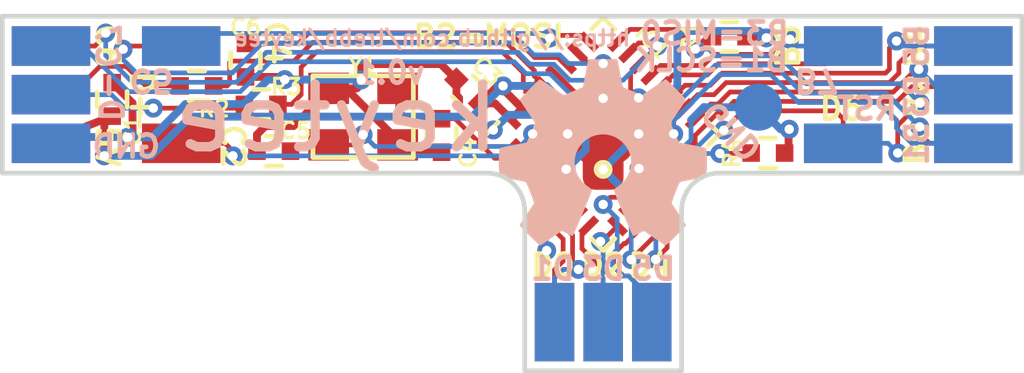
<source format=kicad_pcb>
(kicad_pcb (version 20171130) (host pcbnew "(5.1.12)-1")

  (general
    (thickness 1.6)
    (drawings 47)
    (tracks 452)
    (zones 0)
    (modules 38)
    (nets 32)
  )

  (page A4)
  (title_block
    (title keytee)
    (date 2016-12-09)
    (rev 0.1)
  )

  (layers
    (0 F.Cu signal)
    (31 B.Cu signal)
    (32 B.Adhes user hide)
    (33 F.Adhes user hide)
    (34 B.Paste user hide)
    (35 F.Paste user hide)
    (36 B.SilkS user hide)
    (37 F.SilkS user hide)
    (38 B.Mask user hide)
    (39 F.Mask user hide)
    (40 Dwgs.User user hide)
    (41 Cmts.User user hide)
    (42 Eco1.User user hide)
    (43 Eco2.User user hide)
    (44 Edge.Cuts user)
    (45 Margin user hide)
    (46 B.CrtYd user hide)
    (47 F.CrtYd user hide)
    (48 B.Fab user hide)
    (49 F.Fab user hide)
  )

  (setup
    (last_trace_width 0.15)
    (trace_clearance 0.15)
    (zone_clearance 0.508)
    (zone_45_only yes)
    (trace_min 0.15)
    (via_size 0.6)
    (via_drill 0.3)
    (via_min_size 0.6)
    (via_min_drill 0.3)
    (uvia_size 0.3)
    (uvia_drill 0.1)
    (uvias_allowed no)
    (uvia_min_size 0.2)
    (uvia_min_drill 0.1)
    (edge_width 0.15)
    (segment_width 0.2)
    (pcb_text_width 0.15)
    (pcb_text_size 0.7 0.7)
    (mod_edge_width 0.15)
    (mod_text_size 1 1)
    (mod_text_width 0.15)
    (pad_size 2.49936 2.49936)
    (pad_drill 1.00076)
    (pad_to_mask_clearance 0.2)
    (aux_axis_origin 0 0)
    (visible_elements 7FFFFFFF)
    (pcbplotparams
      (layerselection 0x0f0fc_ffffffff)
      (usegerberextensions true)
      (usegerberattributes true)
      (usegerberadvancedattributes true)
      (creategerberjobfile true)
      (excludeedgelayer false)
      (linewidth 0.100000)
      (plotframeref false)
      (viasonmask false)
      (mode 1)
      (useauxorigin false)
      (hpglpennumber 1)
      (hpglpenspeed 20)
      (hpglpendiameter 15.000000)
      (psnegative false)
      (psa4output false)
      (plotreference true)
      (plotvalue true)
      (plotinvisibletext false)
      (padsonsilk false)
      (subtractmaskfromsilk false)
      (outputformat 1)
      (mirror false)
      (drillshape 0)
      (scaleselection 1)
      (outputdirectory "plot_files"))
  )

  (net 0 "")
  (net 1 VCC)
  (net 2 GND)
  (net 3 "Net-(C4-Pad1)")
  (net 4 "Net-(C5-Pad1)")
  (net 5 "Net-(C6-Pad2)")
  (net 6 "Net-(IC1-Pad13)")
  (net 7 "Net-(IC1-Pad24)")
  (net 8 "Net-(IC1-Pad29)")
  (net 9 "Net-(IC1-Pad30)")
  (net 10 /C2)
  (net 11 /D0)
  (net 12 /D1)
  (net 13 /D2)
  (net 14 /D3)
  (net 15 /D4)
  (net 16 /D5)
  (net 17 /D6)
  (net 18 /B0)
  (net 19 /B1)
  (net 20 /B2)
  (net 21 /B3)
  (net 22 /B4)
  (net 23 /B5)
  (net 24 /B6)
  (net 25 /B7)
  (net 26 /C7)
  (net 27 /C6)
  (net 28 /C5)
  (net 29 /C4)
  (net 30 "Net-(R2-Pad2)")
  (net 31 "Net-(R3-Pad2)")

  (net_class Default "This is the default net class."
    (clearance 0.15)
    (trace_width 0.15)
    (via_dia 0.6)
    (via_drill 0.3)
    (uvia_dia 0.3)
    (uvia_drill 0.1)
    (add_net /B0)
    (add_net /B1)
    (add_net /B2)
    (add_net /B3)
    (add_net /B4)
    (add_net /B5)
    (add_net /B6)
    (add_net /B7)
    (add_net /C2)
    (add_net /C4)
    (add_net /C5)
    (add_net /C6)
    (add_net /C7)
    (add_net /D0)
    (add_net /D1)
    (add_net /D2)
    (add_net /D3)
    (add_net /D4)
    (add_net /D5)
    (add_net /D6)
    (add_net "Net-(C4-Pad1)")
    (add_net "Net-(C5-Pad1)")
    (add_net "Net-(C6-Pad2)")
    (add_net "Net-(IC1-Pad13)")
    (add_net "Net-(IC1-Pad24)")
    (add_net "Net-(IC1-Pad29)")
    (add_net "Net-(IC1-Pad30)")
    (add_net "Net-(R2-Pad2)")
    (add_net "Net-(R3-Pad2)")
  )

  (net_class Power ""
    (clearance 0.15)
    (trace_width 0.25)
    (via_dia 0.6)
    (via_drill 0.3)
    (uvia_dia 0.3)
    (uvia_drill 0.1)
    (add_net GND)
    (add_net VCC)
  )

  (module nan-15:C_0402_square (layer F.Cu) (tedit 584C7C39) (tstamp 5842AB15)
    (at 138.6 87.65 90)
    (descr "Capacitor SMD 0402, reflow soldering, AVX (see smccp.pdf)")
    (tags "capacitor 0402")
    (path /582769C1)
    (attr smd)
    (fp_text reference C6 (at 1.05 0 180) (layer F.SilkS)
      (effects (font (size 0.5 0.5) (thickness 0.1)))
    )
    (fp_text value 1u (at 0 1.7 90) (layer F.Fab) hide
      (effects (font (size 1 1) (thickness 0.15)))
    )
    (fp_line (start -0.95 -0.6) (end 0.95 -0.6) (layer F.CrtYd) (width 0.05))
    (fp_line (start -0.95 0.6) (end 0.95 0.6) (layer F.CrtYd) (width 0.05))
    (fp_line (start -0.95 -0.6) (end -0.95 0.6) (layer F.CrtYd) (width 0.05))
    (fp_line (start 0.95 -0.6) (end 0.95 0.6) (layer F.CrtYd) (width 0.05))
    (fp_line (start 0.25 -0.475) (end -0.25 -0.475) (layer F.SilkS) (width 0.15))
    (fp_line (start -0.25 0.475) (end 0.25 0.475) (layer F.SilkS) (width 0.15))
    (pad 1 smd rect (at -0.534 0 90) (size 0.56 0.56) (layers F.Cu F.Paste F.Mask)
      (net 2 GND))
    (pad 2 smd rect (at 0.534 0 90) (size 0.56 0.56) (layers F.Cu F.Paste F.Mask)
      (net 5 "Net-(C6-Pad2)"))
    (model Capacitors_SMD.3dshapes/C_0402.wrl
      (at (xyz 0 0 0))
      (scale (xyz 1 1 1))
      (rotate (xyz 0 0 0))
    )
  )

  (module nan-15:crystal_MT_32x25 (layer F.Cu) (tedit 58453D40) (tstamp 583F0FCA)
    (at 142.35 89.45 180)
    (descr "crystal Epson Toyocom FA-238 and TSX-3225 series")
    (path /58276AB3)
    (fp_text reference Y1 (at 0 1.6 180) (layer F.SilkS)
      (effects (font (size 0.5 0.5) (thickness 0.1)))
    )
    (fp_text value "MT 16MHz" (at 0.2 2.3 180) (layer F.Fab)
      (effects (font (size 1 1) (thickness 0.15)))
    )
    (fp_line (start -1.6 -1.3) (end 1.6 -1.3) (layer F.SilkS) (width 0.15))
    (fp_line (start 1.6 -1.3) (end 1.6 1.3) (layer F.SilkS) (width 0.15))
    (fp_line (start 1.6 1.3) (end -1.6 1.3) (layer F.SilkS) (width 0.15))
    (fp_line (start -1.6 1.3) (end -1.6 -1.3) (layer F.SilkS) (width 0.15))
    (pad 1 smd rect (at -1.1 0.9 180) (size 1.3 1) (layers F.Cu F.Paste F.Mask)
      (net 3 "Net-(C4-Pad1)"))
    (pad 3 smd rect (at 1.1 0.9 180) (size 1.3 1) (layers F.Cu F.Paste F.Mask)
      (net 2 GND))
    (pad 3 smd rect (at -1.1 -0.9 180) (size 1.3 1) (layers F.Cu F.Paste F.Mask)
      (net 2 GND))
    (pad 2 smd rect (at 1.1 -0.9 180) (size 1.3 1) (layers F.Cu F.Paste F.Mask)
      (net 4 "Net-(C5-Pad1)"))
    (model Crystals.3dshapes/crystal_FA238-TSX3225.wrl
      (at (xyz 0 0 0))
      (scale (xyz 0.24 0.24 0.24))
      (rotate (xyz 0 0 0))
    )
  )

  (module nan-15:R_0402_square (layer F.Cu) (tedit 58453D5C) (tstamp 5842AA4F)
    (at 154.02 86.9 180)
    (descr "Resistor SMD 0402, reflow soldering, Vishay (see dcrcw.pdf)")
    (tags "resistor 0402")
    (path /5827761F)
    (attr smd)
    (fp_text reference R1 (at 1.25 0 270) (layer F.SilkS)
      (effects (font (size 0.5 0.5) (thickness 0.1)))
    )
    (fp_text value 10k (at 0 1.8 180) (layer F.Fab) hide
      (effects (font (size 1 1) (thickness 0.15)))
    )
    (fp_line (start -0.95 -0.6) (end 0.95 -0.6) (layer F.CrtYd) (width 0.05))
    (fp_line (start -0.95 0.6) (end 0.95 0.6) (layer F.CrtYd) (width 0.05))
    (fp_line (start -0.95 -0.6) (end -0.95 0.6) (layer F.CrtYd) (width 0.05))
    (fp_line (start 0.95 -0.6) (end 0.95 0.6) (layer F.CrtYd) (width 0.05))
    (fp_line (start 0.25 -0.475) (end -0.25 -0.475) (layer F.SilkS) (width 0.15))
    (fp_line (start -0.25 0.475) (end 0.25 0.475) (layer F.SilkS) (width 0.15))
    (pad 1 smd rect (at -0.534 0 180) (size 0.56 0.56) (layers F.Cu F.Paste F.Mask)
      (net 1 VCC))
    (pad 2 smd rect (at 0.534 0 180) (size 0.56 0.56) (layers F.Cu F.Paste F.Mask)
      (net 7 "Net-(IC1-Pad24)"))
    (model Resistors_SMD.3dshapes/R_0402.wrl
      (at (xyz 0 0 0))
      (scale (xyz 1 1 1))
      (rotate (xyz 0 0 0))
    )
  )

  (module nan-15:R_0402_square (layer F.Cu) (tedit 584C7DC6) (tstamp 5842AA70)
    (at 137.05 88.47 180)
    (descr "Resistor SMD 0402, reflow soldering, Vishay (see dcrcw.pdf)")
    (tags "resistor 0402")
    (path /582772C4)
    (attr smd)
    (fp_text reference R2 (at -0.55 -0.73 180) (layer F.SilkS)
      (effects (font (size 0.5 0.5) (thickness 0.1)))
    )
    (fp_text value 22 (at 0 1.8 180) (layer F.Fab) hide
      (effects (font (size 1 1) (thickness 0.15)))
    )
    (fp_line (start -0.95 -0.6) (end 0.95 -0.6) (layer F.CrtYd) (width 0.05))
    (fp_line (start -0.95 0.6) (end 0.95 0.6) (layer F.CrtYd) (width 0.05))
    (fp_line (start -0.95 -0.6) (end -0.95 0.6) (layer F.CrtYd) (width 0.05))
    (fp_line (start 0.95 -0.6) (end 0.95 0.6) (layer F.CrtYd) (width 0.05))
    (fp_line (start 0.25 -0.475) (end -0.25 -0.475) (layer F.SilkS) (width 0.15))
    (fp_line (start -0.25 0.475) (end 0.25 0.475) (layer F.SilkS) (width 0.15))
    (pad 1 smd rect (at -0.534 0 180) (size 0.56 0.56) (layers F.Cu F.Paste F.Mask)
      (net 8 "Net-(IC1-Pad29)"))
    (pad 2 smd rect (at 0.534 0 180) (size 0.56 0.56) (layers F.Cu F.Paste F.Mask)
      (net 30 "Net-(R2-Pad2)"))
    (model Resistors_SMD.3dshapes/R_0402.wrl
      (at (xyz 0 0 0))
      (scale (xyz 1 1 1))
      (rotate (xyz 0 0 0))
    )
  )

  (module nan-15:R_0402_square (layer F.Cu) (tedit 584C7C24) (tstamp 5842AA91)
    (at 139.1 89.06 180)
    (descr "Resistor SMD 0402, reflow soldering, Vishay (see dcrcw.pdf)")
    (tags "resistor 0402")
    (path /582771BB)
    (attr smd)
    (fp_text reference R3 (at -0.8 0.56 180) (layer F.SilkS)
      (effects (font (size 0.5 0.5) (thickness 0.1)))
    )
    (fp_text value 22 (at 0 1.8 180) (layer F.Fab) hide
      (effects (font (size 1 1) (thickness 0.15)))
    )
    (fp_line (start -0.95 -0.6) (end 0.95 -0.6) (layer F.CrtYd) (width 0.05))
    (fp_line (start -0.95 0.6) (end 0.95 0.6) (layer F.CrtYd) (width 0.05))
    (fp_line (start -0.95 -0.6) (end -0.95 0.6) (layer F.CrtYd) (width 0.05))
    (fp_line (start 0.95 -0.6) (end 0.95 0.6) (layer F.CrtYd) (width 0.05))
    (fp_line (start 0.25 -0.475) (end -0.25 -0.475) (layer F.SilkS) (width 0.15))
    (fp_line (start -0.25 0.475) (end 0.25 0.475) (layer F.SilkS) (width 0.15))
    (pad 1 smd rect (at -0.534 0 180) (size 0.56 0.56) (layers F.Cu F.Paste F.Mask)
      (net 9 "Net-(IC1-Pad30)"))
    (pad 2 smd rect (at 0.534 0 180) (size 0.56 0.56) (layers F.Cu F.Paste F.Mask)
      (net 31 "Net-(R3-Pad2)"))
    (model Resistors_SMD.3dshapes/R_0402.wrl
      (at (xyz 0 0 0))
      (scale (xyz 1 1 1))
      (rotate (xyz 0 0 0))
    )
  )

  (module nan-15:R_0402_square (layer F.Cu) (tedit 584C7D78) (tstamp 5842AAB2)
    (at 155.25 90.61 180)
    (descr "Resistor SMD 0402, reflow soldering, Vishay (see dcrcw.pdf)")
    (tags "resistor 0402")
    (path /582777CF)
    (attr smd)
    (fp_text reference R4 (at 1.15 0.01 270) (layer F.SilkS)
      (effects (font (size 0.5 0.5) (thickness 0.1)))
    )
    (fp_text value 10k (at 0 1.8 180) (layer F.Fab) hide
      (effects (font (size 1 1) (thickness 0.15)))
    )
    (fp_line (start -0.95 -0.6) (end 0.95 -0.6) (layer F.CrtYd) (width 0.05))
    (fp_line (start -0.95 0.6) (end 0.95 0.6) (layer F.CrtYd) (width 0.05))
    (fp_line (start -0.95 -0.6) (end -0.95 0.6) (layer F.CrtYd) (width 0.05))
    (fp_line (start 0.95 -0.6) (end 0.95 0.6) (layer F.CrtYd) (width 0.05))
    (fp_line (start 0.25 -0.475) (end -0.25 -0.475) (layer F.SilkS) (width 0.15))
    (fp_line (start -0.25 0.475) (end 0.25 0.475) (layer F.SilkS) (width 0.15))
    (pad 1 smd rect (at -0.534 0 180) (size 0.56 0.56) (layers F.Cu F.Paste F.Mask)
      (net 2 GND))
    (pad 2 smd rect (at 0.534 0 180) (size 0.56 0.56) (layers F.Cu F.Paste F.Mask)
      (net 6 "Net-(IC1-Pad13)"))
    (model Resistors_SMD.3dshapes/R_0402.wrl
      (at (xyz 0 0 0))
      (scale (xyz 1 1 1))
      (rotate (xyz 0 0 0))
    )
  )

  (module nan-15:C_0402_square (layer F.Cu) (tedit 584C7C83) (tstamp 5842AAD3)
    (at 145.7 88.65 135)
    (descr "Capacitor SMD 0402, reflow soldering, AVX (see smccp.pdf)")
    (tags "capacitor 0402")
    (path /58277794)
    (attr smd)
    (fp_text reference C3 (at 0.035355 0.883883 135) (layer F.SilkS)
      (effects (font (size 0.5 0.5) (thickness 0.1)))
    )
    (fp_text value 100n (at 0 1.7 135) (layer F.Fab) hide
      (effects (font (size 1 1) (thickness 0.15)))
    )
    (fp_line (start -0.95 -0.6) (end 0.95 -0.6) (layer F.CrtYd) (width 0.05))
    (fp_line (start -0.95 0.6) (end 0.95 0.6) (layer F.CrtYd) (width 0.05))
    (fp_line (start -0.95 -0.6) (end -0.95 0.6) (layer F.CrtYd) (width 0.05))
    (fp_line (start 0.95 -0.6) (end 0.95 0.6) (layer F.CrtYd) (width 0.05))
    (fp_line (start 0.25 -0.475) (end -0.25 -0.475) (layer F.SilkS) (width 0.15))
    (fp_line (start -0.25 0.475) (end 0.25 0.475) (layer F.SilkS) (width 0.15))
    (pad 1 smd rect (at -0.534 0 135) (size 0.56 0.56) (layers F.Cu F.Paste F.Mask)
      (net 1 VCC))
    (pad 2 smd rect (at 0.534 0 135) (size 0.56 0.56) (layers F.Cu F.Paste F.Mask)
      (net 2 GND))
    (model Capacitors_SMD.3dshapes/C_0402.wrl
      (at (xyz 0 0 0))
      (scale (xyz 1 1 1))
      (rotate (xyz 0 0 0))
    )
  )

  (module nan-15:C_0402_square (layer F.Cu) (tedit 584C7C6E) (tstamp 5842AB36)
    (at 139.5 90.55 180)
    (descr "Capacitor SMD 0402, reflow soldering, AVX (see smccp.pdf)")
    (tags "capacitor 0402")
    (path /58276A04)
    (attr smd)
    (fp_text reference C5 (at -0.7 0.65 180) (layer F.SilkS)
      (effects (font (size 0.5 0.5) (thickness 0.1)))
    )
    (fp_text value 18p (at 0 1.7 180) (layer F.Fab) hide
      (effects (font (size 1 1) (thickness 0.15)))
    )
    (fp_line (start -0.95 -0.6) (end 0.95 -0.6) (layer F.CrtYd) (width 0.05))
    (fp_line (start -0.95 0.6) (end 0.95 0.6) (layer F.CrtYd) (width 0.05))
    (fp_line (start -0.95 -0.6) (end -0.95 0.6) (layer F.CrtYd) (width 0.05))
    (fp_line (start 0.95 -0.6) (end 0.95 0.6) (layer F.CrtYd) (width 0.05))
    (fp_line (start 0.25 -0.475) (end -0.25 -0.475) (layer F.SilkS) (width 0.15))
    (fp_line (start -0.25 0.475) (end 0.25 0.475) (layer F.SilkS) (width 0.15))
    (pad 1 smd rect (at -0.534 0 180) (size 0.56 0.56) (layers F.Cu F.Paste F.Mask)
      (net 4 "Net-(C5-Pad1)"))
    (pad 2 smd rect (at 0.534 0 180) (size 0.56 0.56) (layers F.Cu F.Paste F.Mask)
      (net 2 GND))
    (model Capacitors_SMD.3dshapes/C_0402.wrl
      (at (xyz 0 0 0))
      (scale (xyz 1 1 1))
      (rotate (xyz 0 0 0))
    )
  )

  (module nan-15:C_0402_square (layer F.Cu) (tedit 5844BC0C) (tstamp 5842AB57)
    (at 144.85 90.05 270)
    (descr "Capacitor SMD 0402, reflow soldering, AVX (see smccp.pdf)")
    (tags "capacitor 0402")
    (path /58276A6A)
    (attr smd)
    (fp_text reference C4 (at 0.55 -0.85 270) (layer F.SilkS)
      (effects (font (size 0.5 0.5) (thickness 0.1)))
    )
    (fp_text value 18p (at 0 1.7 270) (layer F.Fab) hide
      (effects (font (size 1 1) (thickness 0.15)))
    )
    (fp_line (start -0.95 -0.6) (end 0.95 -0.6) (layer F.CrtYd) (width 0.05))
    (fp_line (start -0.95 0.6) (end 0.95 0.6) (layer F.CrtYd) (width 0.05))
    (fp_line (start -0.95 -0.6) (end -0.95 0.6) (layer F.CrtYd) (width 0.05))
    (fp_line (start 0.95 -0.6) (end 0.95 0.6) (layer F.CrtYd) (width 0.05))
    (fp_line (start 0.25 -0.475) (end -0.25 -0.475) (layer F.SilkS) (width 0.15))
    (fp_line (start -0.25 0.475) (end 0.25 0.475) (layer F.SilkS) (width 0.15))
    (pad 1 smd rect (at -0.534 0 270) (size 0.56 0.56) (layers F.Cu F.Paste F.Mask)
      (net 3 "Net-(C4-Pad1)"))
    (pad 2 smd rect (at 0.534 0 270) (size 0.56 0.56) (layers F.Cu F.Paste F.Mask)
      (net 2 GND))
    (model Capacitors_SMD.3dshapes/C_0402.wrl
      (at (xyz 0 0 0))
      (scale (xyz 1 1 1))
      (rotate (xyz 0 0 0))
    )
  )

  (module nan-15:C_0402_square (layer F.Cu) (tedit 584C7B60) (tstamp 5842AB78)
    (at 134.35 88.9 90)
    (descr "Capacitor SMD 0402, reflow soldering, AVX (see smccp.pdf)")
    (tags "capacitor 0402")
    (path /58276973)
    (attr smd)
    (fp_text reference C1 (at -1 0.65 270) (layer F.SilkS)
      (effects (font (size 0.5 0.5) (thickness 0.1)))
    )
    (fp_text value 1u (at 0 1.7 90) (layer F.Fab) hide
      (effects (font (size 1 1) (thickness 0.15)))
    )
    (fp_line (start -0.95 -0.6) (end 0.95 -0.6) (layer F.CrtYd) (width 0.05))
    (fp_line (start -0.95 0.6) (end 0.95 0.6) (layer F.CrtYd) (width 0.05))
    (fp_line (start -0.95 -0.6) (end -0.95 0.6) (layer F.CrtYd) (width 0.05))
    (fp_line (start 0.95 -0.6) (end 0.95 0.6) (layer F.CrtYd) (width 0.05))
    (fp_line (start 0.25 -0.475) (end -0.25 -0.475) (layer F.SilkS) (width 0.15))
    (fp_line (start -0.25 0.475) (end 0.25 0.475) (layer F.SilkS) (width 0.15))
    (pad 1 smd rect (at -0.534 0 90) (size 0.56 0.56) (layers F.Cu F.Paste F.Mask)
      (net 1 VCC))
    (pad 2 smd rect (at 0.534 0 90) (size 0.56 0.56) (layers F.Cu F.Paste F.Mask)
      (net 2 GND))
    (model Capacitors_SMD.3dshapes/C_0402.wrl
      (at (xyz 0 0 0))
      (scale (xyz 1 1 1))
      (rotate (xyz 0 0 0))
    )
  )

  (module nan-15:SolderWirePad_SMD_circular (layer B.Cu) (tedit 5844B9C7) (tstamp 5844AF2D)
    (at 154.95 89.15)
    (descr "Wire Pad, Square, SMD Pad,  5mm x 10mm,")
    (tags "MesurementPoint Square SMDPad 5mmx10mm ")
    (path /5844AB00)
    (attr smd)
    (fp_text reference W31 (at 0 2.2) (layer B.SilkS) hide
      (effects (font (size 1 1) (thickness 0.15)) (justify mirror))
    )
    (fp_text value TEST_1P (at 0 -2.45) (layer B.Fab) hide
      (effects (font (size 1 1) (thickness 0.15)) (justify mirror))
    )
    (pad 1 smd circle (at 0 0) (size 1.5 1.5) (layers B.Cu B.Paste B.Mask)
      (net 2 GND))
  )

  (module Symbols:OSHW-Symbol_6.7x6mm_SilkScreen locked (layer B.Cu) (tedit 0) (tstamp 5844C696)
    (at 150 90.6 180)
    (descr "Open Source Hardware Symbol")
    (tags "Logo Symbol OSHW")
    (attr virtual)
    (fp_text reference REF*** (at 0 0 180) (layer B.SilkS) hide
      (effects (font (size 1 1) (thickness 0.15)) (justify mirror))
    )
    (fp_text value OSHW-Symbol_6.7x6mm_SilkScreen (at 0.75 0 180) (layer B.Fab) hide
      (effects (font (size 1 1) (thickness 0.15)) (justify mirror))
    )
    (fp_poly (pts (xy 0.555814 2.531069) (xy 0.639635 2.086445) (xy 0.94892 1.958947) (xy 1.258206 1.831449)
      (xy 1.629246 2.083754) (xy 1.733157 2.154004) (xy 1.827087 2.216728) (xy 1.906652 2.269062)
      (xy 1.96747 2.308143) (xy 2.005157 2.331107) (xy 2.015421 2.336058) (xy 2.03391 2.323324)
      (xy 2.07342 2.288118) (xy 2.129522 2.234938) (xy 2.197787 2.168282) (xy 2.273786 2.092646)
      (xy 2.353092 2.012528) (xy 2.431275 1.932426) (xy 2.503907 1.856836) (xy 2.566559 1.790255)
      (xy 2.614803 1.737182) (xy 2.64421 1.702113) (xy 2.651241 1.690377) (xy 2.641123 1.66874)
      (xy 2.612759 1.621338) (xy 2.569129 1.552807) (xy 2.513218 1.467785) (xy 2.448006 1.370907)
      (xy 2.410219 1.31565) (xy 2.341343 1.214752) (xy 2.28014 1.123701) (xy 2.229578 1.04703)
      (xy 2.192628 0.989272) (xy 2.172258 0.954957) (xy 2.169197 0.947746) (xy 2.176136 0.927252)
      (xy 2.195051 0.879487) (xy 2.223087 0.811168) (xy 2.257391 0.729011) (xy 2.295109 0.63973)
      (xy 2.333387 0.550042) (xy 2.36937 0.466662) (xy 2.400206 0.396306) (xy 2.423039 0.34569)
      (xy 2.435017 0.321529) (xy 2.435724 0.320578) (xy 2.454531 0.315964) (xy 2.504618 0.305672)
      (xy 2.580793 0.290713) (xy 2.677865 0.272099) (xy 2.790643 0.250841) (xy 2.856442 0.238582)
      (xy 2.97695 0.215638) (xy 3.085797 0.193805) (xy 3.177476 0.174278) (xy 3.246481 0.158252)
      (xy 3.287304 0.146921) (xy 3.295511 0.143326) (xy 3.303548 0.118994) (xy 3.310033 0.064041)
      (xy 3.31497 -0.015108) (xy 3.318364 -0.112026) (xy 3.320218 -0.220287) (xy 3.320538 -0.333465)
      (xy 3.319327 -0.445135) (xy 3.31659 -0.548868) (xy 3.312331 -0.638241) (xy 3.306555 -0.706826)
      (xy 3.299267 -0.748197) (xy 3.294895 -0.75681) (xy 3.268764 -0.767133) (xy 3.213393 -0.781892)
      (xy 3.136107 -0.799352) (xy 3.04423 -0.81778) (xy 3.012158 -0.823741) (xy 2.857524 -0.852066)
      (xy 2.735375 -0.874876) (xy 2.641673 -0.89308) (xy 2.572384 -0.907583) (xy 2.523471 -0.919292)
      (xy 2.490897 -0.929115) (xy 2.470628 -0.937956) (xy 2.458626 -0.946724) (xy 2.456947 -0.948457)
      (xy 2.440184 -0.976371) (xy 2.414614 -1.030695) (xy 2.382788 -1.104777) (xy 2.34726 -1.191965)
      (xy 2.310583 -1.285608) (xy 2.275311 -1.379052) (xy 2.243996 -1.465647) (xy 2.219193 -1.53874)
      (xy 2.203454 -1.591678) (xy 2.199332 -1.617811) (xy 2.199676 -1.618726) (xy 2.213641 -1.640086)
      (xy 2.245322 -1.687084) (xy 2.291391 -1.754827) (xy 2.348518 -1.838423) (xy 2.413373 -1.932982)
      (xy 2.431843 -1.959854) (xy 2.497699 -2.057275) (xy 2.55565 -2.146163) (xy 2.602538 -2.221412)
      (xy 2.635207 -2.27792) (xy 2.6505 -2.310581) (xy 2.651241 -2.314593) (xy 2.638392 -2.335684)
      (xy 2.602888 -2.377464) (xy 2.549293 -2.435445) (xy 2.482171 -2.505135) (xy 2.406087 -2.582045)
      (xy 2.325604 -2.661683) (xy 2.245287 -2.739561) (xy 2.169699 -2.811186) (xy 2.103405 -2.87207)
      (xy 2.050969 -2.917721) (xy 2.016955 -2.94365) (xy 2.007545 -2.947883) (xy 1.985643 -2.937912)
      (xy 1.9408 -2.91102) (xy 1.880321 -2.871736) (xy 1.833789 -2.840117) (xy 1.749475 -2.782098)
      (xy 1.649626 -2.713784) (xy 1.549473 -2.645579) (xy 1.495627 -2.609075) (xy 1.313371 -2.4858)
      (xy 1.160381 -2.56852) (xy 1.090682 -2.604759) (xy 1.031414 -2.632926) (xy 0.991311 -2.648991)
      (xy 0.981103 -2.651226) (xy 0.968829 -2.634722) (xy 0.944613 -2.588082) (xy 0.910263 -2.515609)
      (xy 0.867588 -2.421606) (xy 0.818394 -2.310374) (xy 0.76449 -2.186215) (xy 0.707684 -2.053432)
      (xy 0.649782 -1.916327) (xy 0.592593 -1.779202) (xy 0.537924 -1.646358) (xy 0.487584 -1.522098)
      (xy 0.44338 -1.410725) (xy 0.407119 -1.316539) (xy 0.380609 -1.243844) (xy 0.365658 -1.196941)
      (xy 0.363254 -1.180833) (xy 0.382311 -1.160286) (xy 0.424036 -1.126933) (xy 0.479706 -1.087702)
      (xy 0.484378 -1.084599) (xy 0.628264 -0.969423) (xy 0.744283 -0.835053) (xy 0.83143 -0.685784)
      (xy 0.888699 -0.525913) (xy 0.915086 -0.359737) (xy 0.909585 -0.191552) (xy 0.87119 -0.025655)
      (xy 0.798895 0.133658) (xy 0.777626 0.168513) (xy 0.666996 0.309263) (xy 0.536302 0.422286)
      (xy 0.390064 0.506997) (xy 0.232808 0.562806) (xy 0.069057 0.589126) (xy -0.096667 0.58537)
      (xy -0.259838 0.55095) (xy -0.415935 0.485277) (xy -0.560433 0.387765) (xy -0.605131 0.348187)
      (xy -0.718888 0.224297) (xy -0.801782 0.093876) (xy -0.858644 -0.052315) (xy -0.890313 -0.197088)
      (xy -0.898131 -0.35986) (xy -0.872062 -0.52344) (xy -0.814755 -0.682298) (xy -0.728856 -0.830906)
      (xy -0.617014 -0.963735) (xy -0.481877 -1.075256) (xy -0.464117 -1.087011) (xy -0.40785 -1.125508)
      (xy -0.365077 -1.158863) (xy -0.344628 -1.18016) (xy -0.344331 -1.180833) (xy -0.348721 -1.203871)
      (xy -0.366124 -1.256157) (xy -0.394732 -1.33339) (xy -0.432735 -1.431268) (xy -0.478326 -1.545491)
      (xy -0.529697 -1.671758) (xy -0.585038 -1.805767) (xy -0.642542 -1.943218) (xy -0.700399 -2.079808)
      (xy -0.756802 -2.211237) (xy -0.809942 -2.333205) (xy -0.85801 -2.441409) (xy -0.899199 -2.531549)
      (xy -0.931699 -2.599323) (xy -0.953703 -2.64043) (xy -0.962564 -2.651226) (xy -0.98964 -2.642819)
      (xy -1.040303 -2.620272) (xy -1.105817 -2.587613) (xy -1.141841 -2.56852) (xy -1.294832 -2.4858)
      (xy -1.477088 -2.609075) (xy -1.570125 -2.672228) (xy -1.671985 -2.741727) (xy -1.767438 -2.807165)
      (xy -1.81525 -2.840117) (xy -1.882495 -2.885273) (xy -1.939436 -2.921057) (xy -1.978646 -2.942938)
      (xy -1.991381 -2.947563) (xy -2.009917 -2.935085) (xy -2.050941 -2.900252) (xy -2.110475 -2.846678)
      (xy -2.184542 -2.777983) (xy -2.269165 -2.697781) (xy -2.322685 -2.646286) (xy -2.416319 -2.554286)
      (xy -2.497241 -2.471999) (xy -2.562177 -2.402945) (xy -2.607858 -2.350644) (xy -2.631011 -2.318616)
      (xy -2.633232 -2.312116) (xy -2.622924 -2.287394) (xy -2.594439 -2.237405) (xy -2.550937 -2.167212)
      (xy -2.495577 -2.081875) (xy -2.43152 -1.986456) (xy -2.413303 -1.959854) (xy -2.346927 -1.863167)
      (xy -2.287378 -1.776117) (xy -2.237984 -1.703595) (xy -2.202075 -1.650493) (xy -2.182981 -1.621703)
      (xy -2.181136 -1.618726) (xy -2.183895 -1.595782) (xy -2.198538 -1.545336) (xy -2.222513 -1.474041)
      (xy -2.253266 -1.388547) (xy -2.288244 -1.295507) (xy -2.324893 -1.201574) (xy -2.360661 -1.113399)
      (xy -2.392994 -1.037634) (xy -2.419338 -0.980931) (xy -2.437142 -0.949943) (xy -2.438407 -0.948457)
      (xy -2.449294 -0.939601) (xy -2.467682 -0.930843) (xy -2.497606 -0.921277) (xy -2.543103 -0.909996)
      (xy -2.608209 -0.896093) (xy -2.696961 -0.878663) (xy -2.813393 -0.856798) (xy -2.961542 -0.829591)
      (xy -2.993618 -0.823741) (xy -3.088686 -0.805374) (xy -3.171565 -0.787405) (xy -3.23493 -0.771569)
      (xy -3.271458 -0.7596) (xy -3.276356 -0.75681) (xy -3.284427 -0.732072) (xy -3.290987 -0.67679)
      (xy -3.296033 -0.597389) (xy -3.299559 -0.500296) (xy -3.301561 -0.391938) (xy -3.302036 -0.27874)
      (xy -3.300977 -0.167128) (xy -3.298382 -0.063529) (xy -3.294246 0.025632) (xy -3.288563 0.093928)
      (xy -3.281331 0.134934) (xy -3.276971 0.143326) (xy -3.252698 0.151792) (xy -3.197426 0.165565)
      (xy -3.116662 0.18345) (xy -3.015912 0.204252) (xy -2.900683 0.226777) (xy -2.837902 0.238582)
      (xy -2.718787 0.260849) (xy -2.612565 0.281021) (xy -2.524427 0.298085) (xy -2.459566 0.311031)
      (xy -2.423174 0.318845) (xy -2.417184 0.320578) (xy -2.407061 0.34011) (xy -2.385662 0.387157)
      (xy -2.355839 0.454997) (xy -2.320445 0.536909) (xy -2.282332 0.626172) (xy -2.244353 0.716065)
      (xy -2.20936 0.799865) (xy -2.180206 0.870853) (xy -2.159743 0.922306) (xy -2.150823 0.947503)
      (xy -2.150657 0.948604) (xy -2.160769 0.968481) (xy -2.189117 1.014223) (xy -2.232723 1.081283)
      (xy -2.288606 1.165116) (xy -2.353787 1.261174) (xy -2.391679 1.31635) (xy -2.460725 1.417519)
      (xy -2.52205 1.50937) (xy -2.572663 1.587256) (xy -2.609571 1.646531) (xy -2.629782 1.682549)
      (xy -2.632701 1.690623) (xy -2.620153 1.709416) (xy -2.585463 1.749543) (xy -2.533063 1.806507)
      (xy -2.467384 1.875815) (xy -2.392856 1.952969) (xy -2.313913 2.033475) (xy -2.234983 2.112837)
      (xy -2.1605 2.18656) (xy -2.094894 2.250148) (xy -2.042596 2.299106) (xy -2.008039 2.328939)
      (xy -1.996478 2.336058) (xy -1.977654 2.326047) (xy -1.932631 2.297922) (xy -1.865787 2.254546)
      (xy -1.781499 2.198782) (xy -1.684144 2.133494) (xy -1.610707 2.083754) (xy -1.239667 1.831449)
      (xy -0.621095 2.086445) (xy -0.537275 2.531069) (xy -0.453454 2.975693) (xy 0.471994 2.975693)
      (xy 0.555814 2.531069)) (layer B.SilkS) (width 0.01))
  )

  (module nan-15:QFN-32-1EP_5x5mm_Pitch0.5mm_internal_vias (layer F.Cu) (tedit 584BF969) (tstamp 58433F5E)
    (at 150 90 45)
    (descr "UH Package; 32-Lead Plastic QFN (5mm x 5mm); (see Linear Technology QFN_32_05-08-1693.pdf)")
    (tags "QFN 0.5")
    (path /582763D2)
    (attr smd)
    (fp_text reference IC1 (at 3.193294 -0.966615 135) (layer F.SilkS)
      (effects (font (size 0.5 0.5) (thickness 0.1)))
    )
    (fp_text value ATMEGA32U2 (at 0 3.75 45) (layer F.Fab)
      (effects (font (size 1 1) (thickness 0.15)))
    )
    (fp_line (start -3 -3) (end -3 3) (layer F.CrtYd) (width 0.05))
    (fp_line (start 3 -3) (end 3 3) (layer F.CrtYd) (width 0.05))
    (fp_line (start -3 -3) (end 3 -3) (layer F.CrtYd) (width 0.05))
    (fp_line (start -3 3) (end 3 3) (layer F.CrtYd) (width 0.05))
    (fp_line (start 2.625 -2.625) (end 2.625 -2.1) (layer F.SilkS) (width 0.15))
    (fp_line (start -2.625 2.625) (end -2.625 2.1) (layer F.SilkS) (width 0.15))
    (fp_line (start 2.625 2.625) (end 2.625 2.1) (layer F.SilkS) (width 0.15))
    (fp_line (start -2.625 -2.625) (end -2.1 -2.625) (layer F.SilkS) (width 0.15))
    (fp_line (start -2.625 2.625) (end -2.1 2.625) (layer F.SilkS) (width 0.15))
    (fp_line (start 2.625 2.625) (end 2.1 2.625) (layer F.SilkS) (width 0.15))
    (fp_line (start 2.625 -2.625) (end 2.1 -2.625) (layer F.SilkS) (width 0.15))
    (pad 33 thru_hole circle (at -0.8 0.8 225) (size 0.6 0.6) (drill 0.3) (layers *.Cu *.Mask F.SilkS)
      (net 2 GND))
    (pad 33 thru_hole circle (at 0.8 0.8 225) (size 0.6 0.6) (drill 0.3) (layers *.Cu *.Mask F.SilkS)
      (net 2 GND))
    (pad 33 thru_hole circle (at 0.8 -0.8 225) (size 0.6 0.6) (drill 0.3) (layers *.Cu *.Mask F.SilkS)
      (net 2 GND))
    (pad 33 smd roundrect (at 0.8 0.8 90) (size 1.3 1.3) (layers F.Cu F.Paste F.Mask) (roundrect_rratio 0.3)
      (net 2 GND))
    (pad 33 smd roundrect (at -0.8 -0.8 90) (size 1.3 1.3) (layers F.Cu F.Paste F.Mask) (roundrect_rratio 0.3)
      (net 2 GND))
    (pad 33 smd roundrect (at -0.8 0.8 90) (size 1.3 1.3) (layers F.Cu F.Paste F.Mask) (roundrect_rratio 0.3)
      (net 2 GND))
    (pad 1 smd rect (at -2.4 -1.75 45) (size 0.7 0.25) (layers F.Cu F.Paste F.Mask)
      (net 3 "Net-(C4-Pad1)"))
    (pad 2 smd rect (at -2.4 -1.25 45) (size 0.7 0.25) (layers F.Cu F.Paste F.Mask)
      (net 4 "Net-(C5-Pad1)"))
    (pad 3 smd rect (at -2.4 -0.75 45) (size 0.7 0.25) (layers F.Cu F.Paste F.Mask)
      (net 2 GND))
    (pad 4 smd rect (at -2.4 -0.25 45) (size 0.7 0.25) (layers F.Cu F.Paste F.Mask)
      (net 1 VCC))
    (pad 5 smd rect (at -2.4 0.25 45) (size 0.7 0.25) (layers F.Cu F.Paste F.Mask)
      (net 10 /C2))
    (pad 6 smd rect (at -2.4 0.75 45) (size 0.7 0.25) (layers F.Cu F.Paste F.Mask)
      (net 11 /D0))
    (pad 7 smd rect (at -2.4 1.25 45) (size 0.7 0.25) (layers F.Cu F.Paste F.Mask)
      (net 12 /D1))
    (pad 8 smd rect (at -2.4 1.75 45) (size 0.7 0.25) (layers F.Cu F.Paste F.Mask)
      (net 13 /D2))
    (pad 9 smd rect (at -1.75 2.4 135) (size 0.7 0.25) (layers F.Cu F.Paste F.Mask)
      (net 14 /D3))
    (pad 10 smd rect (at -1.25 2.4 135) (size 0.7 0.25) (layers F.Cu F.Paste F.Mask)
      (net 15 /D4))
    (pad 11 smd rect (at -0.75 2.4 135) (size 0.7 0.25) (layers F.Cu F.Paste F.Mask)
      (net 16 /D5))
    (pad 12 smd rect (at -0.25 2.4 135) (size 0.7 0.25) (layers F.Cu F.Paste F.Mask)
      (net 17 /D6))
    (pad 13 smd rect (at 0.25 2.4 135) (size 0.7 0.25) (layers F.Cu F.Paste F.Mask)
      (net 6 "Net-(IC1-Pad13)"))
    (pad 14 smd rect (at 0.75 2.4 135) (size 0.7 0.25) (layers F.Cu F.Paste F.Mask)
      (net 18 /B0))
    (pad 15 smd rect (at 1.25 2.4 135) (size 0.7 0.25) (layers F.Cu F.Paste F.Mask)
      (net 19 /B1))
    (pad 16 smd rect (at 1.75 2.4 135) (size 0.7 0.25) (layers F.Cu F.Paste F.Mask)
      (net 20 /B2))
    (pad 17 smd rect (at 2.4 1.75 45) (size 0.7 0.25) (layers F.Cu F.Paste F.Mask)
      (net 21 /B3))
    (pad 18 smd rect (at 2.4 1.25 45) (size 0.7 0.25) (layers F.Cu F.Paste F.Mask)
      (net 22 /B4))
    (pad 19 smd rect (at 2.4 0.75 45) (size 0.7 0.25) (layers F.Cu F.Paste F.Mask)
      (net 23 /B5))
    (pad 20 smd rect (at 2.4 0.25 45) (size 0.7 0.25) (layers F.Cu F.Paste F.Mask)
      (net 24 /B6))
    (pad 21 smd rect (at 2.4 -0.25 45) (size 0.7 0.25) (layers F.Cu F.Paste F.Mask)
      (net 25 /B7))
    (pad 22 smd rect (at 2.4 -0.75 45) (size 0.7 0.25) (layers F.Cu F.Paste F.Mask)
      (net 26 /C7))
    (pad 23 smd rect (at 2.4 -1.25 45) (size 0.7 0.25) (layers F.Cu F.Paste F.Mask)
      (net 27 /C6))
    (pad 24 smd rect (at 2.4 -1.75 45) (size 0.7 0.25) (layers F.Cu F.Paste F.Mask)
      (net 7 "Net-(IC1-Pad24)"))
    (pad 25 smd rect (at 1.75 -2.4 135) (size 0.7 0.25) (layers F.Cu F.Paste F.Mask)
      (net 28 /C5))
    (pad 26 smd rect (at 1.25 -2.4 135) (size 0.7 0.25) (layers F.Cu F.Paste F.Mask)
      (net 29 /C4))
    (pad 27 smd rect (at 0.75 -2.4 135) (size 0.7 0.25) (layers F.Cu F.Paste F.Mask)
      (net 5 "Net-(C6-Pad2)"))
    (pad 28 smd rect (at 0.25 -2.4 135) (size 0.7 0.25) (layers F.Cu F.Paste F.Mask)
      (net 2 GND))
    (pad 29 smd rect (at -0.25 -2.4 135) (size 0.7 0.25) (layers F.Cu F.Paste F.Mask)
      (net 8 "Net-(IC1-Pad29)"))
    (pad 30 smd rect (at -0.75 -2.4 135) (size 0.7 0.25) (layers F.Cu F.Paste F.Mask)
      (net 9 "Net-(IC1-Pad30)"))
    (pad 31 smd rect (at -1.25 -2.4 135) (size 0.7 0.25) (layers F.Cu F.Paste F.Mask)
      (net 1 VCC))
    (pad 32 smd rect (at -1.75 -2.4 135) (size 0.7 0.25) (layers F.Cu F.Paste F.Mask)
      (net 1 VCC))
    (pad 33 smd roundrect (at 0.8 -0.8 90) (size 1.3 1.3) (layers F.Cu F.Paste F.Mask) (roundrect_rratio 0.3)
      (net 2 GND))
    (pad 33 smd roundrect (at 0 0 91) (size 1.9 1.9) (layers F.Cu F.Paste F.Mask) (roundrect_rratio 0.3)
      (net 2 GND))
    (pad 33 thru_hole circle (at -0.8 -0.8 225) (size 0.6 0.6) (drill 0.3) (layers *.Cu *.Mask F.SilkS)
      (net 2 GND))
    (model Housings_DFN_QFN.3dshapes/QFN-32-1EP_5x5mm_Pitch0.5mm.wrl
      (at (xyz 0 0 0))
      (scale (xyz 1 1 1))
      (rotate (xyz 0 0 0))
    )
  )

  (module nan-15:SolderWirePad_SMD (layer B.Cu) (tedit 584BFA97) (tstamp 5841D9C5)
    (at 132.4 87.2 90)
    (descr "Wire Pad, Square, SMD Pad,  1.26x2.5mm")
    (tags "MesurementPoint Square SMDPad 5mmx10mm ")
    (path /58409AFF)
    (attr smd)
    (fp_text reference W30 (at 0 2.2 90) (layer B.SilkS) hide
      (effects (font (size 1 1) (thickness 0.15)) (justify mirror))
    )
    (fp_text value TEST_1P (at 0 -2.45 90) (layer B.Fab) hide
      (effects (font (size 1 1) (thickness 0.15)) (justify mirror))
    )
    (fp_line (start 0.7 1.35) (end 0.7 -1.35) (layer B.CrtYd) (width 0.05))
    (fp_line (start -0.7 1.35) (end -0.7 -1.35) (layer B.CrtYd) (width 0.05))
    (fp_line (start -0.7 -1.35) (end 0.7 -1.35) (layer B.CrtYd) (width 0.05))
    (fp_line (start -0.7 1.35) (end 0.7 1.35) (layer B.CrtYd) (width 0.05))
    (pad 1 smd rect (at 0 0 90) (size 1.26 2.5) (layers B.Cu B.Paste B.Mask)
      (net 26 /C7))
  )

  (module nan-15:SolderWirePad_SMD (layer B.Cu) (tedit 584BFA97) (tstamp 5841DA61)
    (at 132.4 88.75 270)
    (descr "Wire Pad, Square, SMD Pad,  1.26x2.5mm")
    (tags "MesurementPoint Square SMDPad 5mmx10mm ")
    (path /5840BE0A)
    (attr smd)
    (fp_text reference W5 (at 0 2.2 270) (layer B.SilkS) hide
      (effects (font (size 1 1) (thickness 0.15)) (justify mirror))
    )
    (fp_text value TEST_1P (at 0 -2.45 270) (layer B.Fab) hide
      (effects (font (size 1 1) (thickness 0.15)) (justify mirror))
    )
    (fp_line (start 0.7 1.35) (end 0.7 -1.35) (layer B.CrtYd) (width 0.05))
    (fp_line (start -0.7 1.35) (end -0.7 -1.35) (layer B.CrtYd) (width 0.05))
    (fp_line (start -0.7 -1.35) (end 0.7 -1.35) (layer B.CrtYd) (width 0.05))
    (fp_line (start -0.7 1.35) (end 0.7 1.35) (layer B.CrtYd) (width 0.05))
    (pad 1 smd rect (at 0 0 270) (size 1.26 2.5) (layers B.Cu B.Paste B.Mask)
      (net 31 "Net-(R3-Pad2)"))
  )

  (module nan-15:SolderWirePad_SMD (layer B.Cu) (tedit 584BFA97) (tstamp 5841DA79)
    (at 132.4 90.3 270)
    (descr "Wire Pad, Square, SMD Pad,  1.26x2.5mm")
    (tags "MesurementPoint Square SMDPad 5mmx10mm ")
    (path /5840C0DE)
    (attr smd)
    (fp_text reference W7 (at 0 2.2 270) (layer B.SilkS) hide
      (effects (font (size 1 1) (thickness 0.15)) (justify mirror))
    )
    (fp_text value TEST_1P (at 0 -2.45 270) (layer B.Fab) hide
      (effects (font (size 1 1) (thickness 0.15)) (justify mirror))
    )
    (fp_line (start 0.7 1.35) (end 0.7 -1.35) (layer B.CrtYd) (width 0.05))
    (fp_line (start -0.7 1.35) (end -0.7 -1.35) (layer B.CrtYd) (width 0.05))
    (fp_line (start -0.7 -1.35) (end 0.7 -1.35) (layer B.CrtYd) (width 0.05))
    (fp_line (start -0.7 1.35) (end 0.7 1.35) (layer B.CrtYd) (width 0.05))
    (pad 1 smd rect (at 0 0 270) (size 1.26 2.5) (layers B.Cu B.Paste B.Mask)
      (net 2 GND))
  )

  (module nan-15:SolderWirePad_SMD (layer B.Cu) (tedit 584BFA97) (tstamp 5841D9DD)
    (at 136.55 87.2 90)
    (descr "Wire Pad, Square, SMD Pad,  1.26x2.5mm")
    (tags "MesurementPoint Square SMDPad 5mmx10mm ")
    (path /584099FE)
    (attr smd)
    (fp_text reference W28 (at 0 2.2 90) (layer B.SilkS) hide
      (effects (font (size 1 1) (thickness 0.15)) (justify mirror))
    )
    (fp_text value TEST_1P (at 0 -2.45 90) (layer B.Fab) hide
      (effects (font (size 1 1) (thickness 0.15)) (justify mirror))
    )
    (fp_line (start 0.7 1.35) (end 0.7 -1.35) (layer B.CrtYd) (width 0.05))
    (fp_line (start -0.7 1.35) (end -0.7 -1.35) (layer B.CrtYd) (width 0.05))
    (fp_line (start -0.7 -1.35) (end 0.7 -1.35) (layer B.CrtYd) (width 0.05))
    (fp_line (start -0.7 1.35) (end 0.7 1.35) (layer B.CrtYd) (width 0.05))
    (pad 1 smd rect (at 0 0 90) (size 1.26 2.5) (layers B.Cu B.Paste B.Mask)
      (net 28 /C5))
  )

  (module nan-15:SolderWirePad_SMD (layer F.Cu) (tedit 584BFA97) (tstamp 5841DAA9)
    (at 136.55 90.3 90)
    (descr "Wire Pad, Square, SMD Pad,  1.26x2.5mm")
    (tags "MesurementPoint Square SMDPad 5mmx10mm ")
    (path /584098FB)
    (attr smd)
    (fp_text reference W26 (at 0 -2.2 90) (layer F.SilkS) hide
      (effects (font (size 1 1) (thickness 0.15)))
    )
    (fp_text value TEST_1P (at 0 2.45 90) (layer F.Fab) hide
      (effects (font (size 1 1) (thickness 0.15)))
    )
    (fp_line (start 0.7 -1.35) (end 0.7 1.35) (layer F.CrtYd) (width 0.05))
    (fp_line (start -0.7 -1.35) (end -0.7 1.35) (layer F.CrtYd) (width 0.05))
    (fp_line (start -0.7 1.35) (end 0.7 1.35) (layer F.CrtYd) (width 0.05))
    (fp_line (start -0.7 -1.35) (end 0.7 -1.35) (layer F.CrtYd) (width 0.05))
    (pad 1 smd rect (at 0 0 90) (size 1.26 2.5) (layers F.Cu F.Paste F.Mask)
      (net 10 /C2))
  )

  (module nan-15:SolderWirePad_SMD (layer B.Cu) (tedit 584BFA97) (tstamp 5841DB15)
    (at 148.45 96)
    (descr "Wire Pad, Square, SMD Pad,  1.26x2.5mm")
    (tags "MesurementPoint Square SMDPad 5mmx10mm ")
    (path /58409660)
    (attr smd)
    (fp_text reference W20 (at 0 2.2) (layer B.SilkS) hide
      (effects (font (size 1 1) (thickness 0.15)) (justify mirror))
    )
    (fp_text value TEST_1P (at 0 -2.45) (layer B.Fab) hide
      (effects (font (size 1 1) (thickness 0.15)) (justify mirror))
    )
    (fp_line (start 0.7 1.35) (end 0.7 -1.35) (layer B.CrtYd) (width 0.05))
    (fp_line (start -0.7 1.35) (end -0.7 -1.35) (layer B.CrtYd) (width 0.05))
    (fp_line (start -0.7 -1.35) (end 0.7 -1.35) (layer B.CrtYd) (width 0.05))
    (fp_line (start -0.7 1.35) (end 0.7 1.35) (layer B.CrtYd) (width 0.05))
    (pad 1 smd rect (at 0 0) (size 1.26 2.5) (layers B.Cu B.Paste B.Mask)
      (net 12 /D1))
  )

  (module nan-15:SolderWirePad_SMD (layer B.Cu) (tedit 584BFA97) (tstamp 5841DA0D)
    (at 150 96)
    (descr "Wire Pad, Square, SMD Pad,  1.26x2.5mm")
    (tags "MesurementPoint Square SMDPad 5mmx10mm ")
    (path /58409731)
    (attr smd)
    (fp_text reference W22 (at 0 2.2) (layer B.SilkS) hide
      (effects (font (size 1 1) (thickness 0.15)) (justify mirror))
    )
    (fp_text value TEST_1P (at 0 -2.45) (layer B.Fab) hide
      (effects (font (size 1 1) (thickness 0.15)) (justify mirror))
    )
    (fp_line (start 0.7 1.35) (end 0.7 -1.35) (layer B.CrtYd) (width 0.05))
    (fp_line (start -0.7 1.35) (end -0.7 -1.35) (layer B.CrtYd) (width 0.05))
    (fp_line (start -0.7 -1.35) (end 0.7 -1.35) (layer B.CrtYd) (width 0.05))
    (fp_line (start -0.7 1.35) (end 0.7 1.35) (layer B.CrtYd) (width 0.05))
    (pad 1 smd rect (at 0 0) (size 1.26 2.5) (layers B.Cu B.Paste B.Mask)
      (net 14 /D3))
  )

  (module nan-15:SolderWirePad_SMD (layer B.Cu) (tedit 584BFA97) (tstamp 5841D9F5)
    (at 151.55 96)
    (descr "Wire Pad, Square, SMD Pad,  1.26x2.5mm")
    (tags "MesurementPoint Square SMDPad 5mmx10mm ")
    (path /5840980E)
    (attr smd)
    (fp_text reference W24 (at 0 2.2) (layer B.SilkS) hide
      (effects (font (size 1 1) (thickness 0.15)) (justify mirror))
    )
    (fp_text value TEST_1P (at 0 -2.45) (layer B.Fab) hide
      (effects (font (size 1 1) (thickness 0.15)) (justify mirror))
    )
    (fp_line (start 0.7 1.35) (end 0.7 -1.35) (layer B.CrtYd) (width 0.05))
    (fp_line (start -0.7 1.35) (end -0.7 -1.35) (layer B.CrtYd) (width 0.05))
    (fp_line (start -0.7 -1.35) (end 0.7 -1.35) (layer B.CrtYd) (width 0.05))
    (fp_line (start -0.7 1.35) (end 0.7 1.35) (layer B.CrtYd) (width 0.05))
    (pad 1 smd rect (at 0 0) (size 1.26 2.5) (layers B.Cu B.Paste B.Mask)
      (net 16 /D5))
  )

  (module nan-15:SolderWirePad_SMD (layer B.Cu) (tedit 584BFA97) (tstamp 5841DAFD)
    (at 157.65 87.2 270)
    (descr "Wire Pad, Square, SMD Pad,  1.26x2.5mm")
    (tags "MesurementPoint Square SMDPad 5mmx10mm ")
    (path /58409597)
    (attr smd)
    (fp_text reference W18 (at 0 2.2 270) (layer B.SilkS) hide
      (effects (font (size 1 1) (thickness 0.15)) (justify mirror))
    )
    (fp_text value TEST_1P (at 0 -2.45 270) (layer B.Fab) hide
      (effects (font (size 1 1) (thickness 0.15)) (justify mirror))
    )
    (fp_line (start 0.7 1.35) (end 0.7 -1.35) (layer B.CrtYd) (width 0.05))
    (fp_line (start -0.7 1.35) (end -0.7 -1.35) (layer B.CrtYd) (width 0.05))
    (fp_line (start -0.7 -1.35) (end 0.7 -1.35) (layer B.CrtYd) (width 0.05))
    (fp_line (start -0.7 1.35) (end 0.7 1.35) (layer B.CrtYd) (width 0.05))
    (pad 1 smd rect (at 0 0 270) (size 1.26 2.5) (layers B.Cu B.Paste B.Mask)
      (net 25 /B7))
  )

  (module nan-15:SolderWirePad_SMD (layer B.Cu) (tedit 584BFA97) (tstamp 5841DA85)
    (at 157.65 90.3 270)
    (descr "Wire Pad, Square, SMD Pad,  1.26x2.5mm")
    (tags "MesurementPoint Square SMDPad 5mmx10mm ")
    (path /58407E26)
    (attr smd)
    (fp_text reference W8 (at 0 2.2 270) (layer B.SilkS) hide
      (effects (font (size 1 1) (thickness 0.15)) (justify mirror))
    )
    (fp_text value TEST_1P (at 0 -2.45 270) (layer B.Fab) hide
      (effects (font (size 1 1) (thickness 0.15)) (justify mirror))
    )
    (fp_line (start 0.7 1.35) (end 0.7 -1.35) (layer B.CrtYd) (width 0.05))
    (fp_line (start -0.7 1.35) (end -0.7 -1.35) (layer B.CrtYd) (width 0.05))
    (fp_line (start -0.7 -1.35) (end 0.7 -1.35) (layer B.CrtYd) (width 0.05))
    (fp_line (start -0.7 1.35) (end 0.7 1.35) (layer B.CrtYd) (width 0.05))
    (pad 1 smd rect (at 0 0 270) (size 1.26 2.5) (layers B.Cu B.Paste B.Mask)
      (net 7 "Net-(IC1-Pad24)"))
  )

  (module nan-15:SolderWirePad_SMD (layer B.Cu) (tedit 584BFA97) (tstamp 5841DAE5)
    (at 161.8 87.2 270)
    (descr "Wire Pad, Square, SMD Pad,  1.26x2.5mm")
    (tags "MesurementPoint Square SMDPad 5mmx10mm ")
    (path /584094DE)
    (attr smd)
    (fp_text reference W16 (at 0 2.2 270) (layer B.SilkS) hide
      (effects (font (size 1 1) (thickness 0.15)) (justify mirror))
    )
    (fp_text value TEST_1P (at 0 -2.45 270) (layer B.Fab) hide
      (effects (font (size 1 1) (thickness 0.15)) (justify mirror))
    )
    (fp_line (start 0.7 1.35) (end 0.7 -1.35) (layer B.CrtYd) (width 0.05))
    (fp_line (start -0.7 1.35) (end -0.7 -1.35) (layer B.CrtYd) (width 0.05))
    (fp_line (start -0.7 -1.35) (end 0.7 -1.35) (layer B.CrtYd) (width 0.05))
    (fp_line (start -0.7 1.35) (end 0.7 1.35) (layer B.CrtYd) (width 0.05))
    (pad 1 smd rect (at 0 0 270) (size 1.26 2.5) (layers B.Cu B.Paste B.Mask)
      (net 23 /B5))
  )

  (module nan-15:SolderWirePad_SMD (layer B.Cu) (tedit 584BFA97) (tstamp 5841DA49)
    (at 161.8 88.75 90)
    (descr "Wire Pad, Square, SMD Pad,  1.26x2.5mm")
    (tags "MesurementPoint Square SMDPad 5mmx10mm ")
    (path /58409431)
    (attr smd)
    (fp_text reference W3 (at 0 2.2 90) (layer B.SilkS) hide
      (effects (font (size 1 1) (thickness 0.15)) (justify mirror))
    )
    (fp_text value TEST_1P (at 0 -2.45 90) (layer B.Fab) hide
      (effects (font (size 1 1) (thickness 0.15)) (justify mirror))
    )
    (fp_line (start 0.7 1.35) (end 0.7 -1.35) (layer B.CrtYd) (width 0.05))
    (fp_line (start -0.7 1.35) (end -0.7 -1.35) (layer B.CrtYd) (width 0.05))
    (fp_line (start -0.7 -1.35) (end 0.7 -1.35) (layer B.CrtYd) (width 0.05))
    (fp_line (start -0.7 1.35) (end 0.7 1.35) (layer B.CrtYd) (width 0.05))
    (pad 1 smd rect (at 0 0 90) (size 1.26 2.5) (layers B.Cu B.Paste B.Mask)
      (net 21 /B3))
  )

  (module nan-15:SolderWirePad_SMD (layer B.Cu) (tedit 584BFA97) (tstamp 5841DA31)
    (at 161.8 90.3 270)
    (descr "Wire Pad, Square, SMD Pad,  1.26x2.5mm")
    (tags "MesurementPoint Square SMDPad 5mmx10mm ")
    (path /5840938C)
    (attr smd)
    (fp_text reference W1 (at 0 2.2 270) (layer B.SilkS) hide
      (effects (font (size 1 1) (thickness 0.15)) (justify mirror))
    )
    (fp_text value TEST_1P (at 0 -2.45 270) (layer B.Fab) hide
      (effects (font (size 1 1) (thickness 0.15)) (justify mirror))
    )
    (fp_line (start 0.7 1.35) (end 0.7 -1.35) (layer B.CrtYd) (width 0.05))
    (fp_line (start -0.7 1.35) (end -0.7 -1.35) (layer B.CrtYd) (width 0.05))
    (fp_line (start -0.7 -1.35) (end 0.7 -1.35) (layer B.CrtYd) (width 0.05))
    (fp_line (start -0.7 1.35) (end 0.7 1.35) (layer B.CrtYd) (width 0.05))
    (pad 1 smd rect (at 0 0 270) (size 1.26 2.5) (layers B.Cu B.Paste B.Mask)
      (net 19 /B1))
  )

  (module nan-15:SolderWirePad_SMD (layer F.Cu) (tedit 584BFA97) (tstamp 5841D9D1)
    (at 132.4 87.2 90)
    (descr "Wire Pad, Square, SMD Pad,  1.26x2.5mm")
    (tags "MesurementPoint Square SMDPad 5mmx10mm ")
    (path /58409A7D)
    (attr smd)
    (fp_text reference W29 (at 0 -2.2 90) (layer F.SilkS) hide
      (effects (font (size 1 1) (thickness 0.15)))
    )
    (fp_text value TEST_1P (at 0 2.45 90) (layer F.Fab) hide
      (effects (font (size 1 1) (thickness 0.15)))
    )
    (fp_line (start 0.7 -1.35) (end 0.7 1.35) (layer F.CrtYd) (width 0.05))
    (fp_line (start -0.7 -1.35) (end -0.7 1.35) (layer F.CrtYd) (width 0.05))
    (fp_line (start -0.7 1.35) (end 0.7 1.35) (layer F.CrtYd) (width 0.05))
    (fp_line (start -0.7 -1.35) (end 0.7 -1.35) (layer F.CrtYd) (width 0.05))
    (pad 1 smd rect (at 0 0 90) (size 1.26 2.5) (layers F.Cu F.Paste F.Mask)
      (net 27 /C6))
  )

  (module nan-15:SolderWirePad_SMD (layer F.Cu) (tedit 584BFA97) (tstamp 5841DA55)
    (at 132.4 88.75 90)
    (descr "Wire Pad, Square, SMD Pad,  1.26x2.5mm")
    (tags "MesurementPoint Square SMDPad 5mmx10mm ")
    (path /5840BE04)
    (attr smd)
    (fp_text reference W4 (at 0 -2.2 90) (layer F.SilkS) hide
      (effects (font (size 1 1) (thickness 0.15)))
    )
    (fp_text value TEST_1P (at 0 2.45 90) (layer F.Fab) hide
      (effects (font (size 1 1) (thickness 0.15)))
    )
    (fp_line (start 0.7 -1.35) (end 0.7 1.35) (layer F.CrtYd) (width 0.05))
    (fp_line (start -0.7 -1.35) (end -0.7 1.35) (layer F.CrtYd) (width 0.05))
    (fp_line (start -0.7 1.35) (end 0.7 1.35) (layer F.CrtYd) (width 0.05))
    (fp_line (start -0.7 -1.35) (end 0.7 -1.35) (layer F.CrtYd) (width 0.05))
    (pad 1 smd rect (at 0 0 90) (size 1.26 2.5) (layers F.Cu F.Paste F.Mask)
      (net 30 "Net-(R2-Pad2)"))
  )

  (module nan-15:SolderWirePad_SMD (layer F.Cu) (tedit 584BFA97) (tstamp 5841DA6D)
    (at 132.4 90.3 90)
    (descr "Wire Pad, Square, SMD Pad,  1.26x2.5mm")
    (tags "MesurementPoint Square SMDPad 5mmx10mm ")
    (path /5840BE10)
    (attr smd)
    (fp_text reference W6 (at 0 -2.2 90) (layer F.SilkS) hide
      (effects (font (size 1 1) (thickness 0.15)))
    )
    (fp_text value TEST_1P (at 0 2.45 90) (layer F.Fab) hide
      (effects (font (size 1 1) (thickness 0.15)))
    )
    (fp_line (start 0.7 -1.35) (end 0.7 1.35) (layer F.CrtYd) (width 0.05))
    (fp_line (start -0.7 -1.35) (end -0.7 1.35) (layer F.CrtYd) (width 0.05))
    (fp_line (start -0.7 1.35) (end 0.7 1.35) (layer F.CrtYd) (width 0.05))
    (fp_line (start -0.7 -1.35) (end 0.7 -1.35) (layer F.CrtYd) (width 0.05))
    (pad 1 smd rect (at 0 0 90) (size 1.26 2.5) (layers F.Cu F.Paste F.Mask)
      (net 1 VCC))
  )

  (module nan-15:SolderWirePad_SMD (layer F.Cu) (tedit 584BFA97) (tstamp 5841DA9D)
    (at 136.55 87.2 90)
    (descr "Wire Pad, Square, SMD Pad,  1.26x2.5mm")
    (tags "MesurementPoint Square SMDPad 5mmx10mm ")
    (path /58409982)
    (attr smd)
    (fp_text reference W27 (at 0 -2.2 90) (layer F.SilkS) hide
      (effects (font (size 1 1) (thickness 0.15)))
    )
    (fp_text value TEST_1P (at 0 2.45 90) (layer F.Fab) hide
      (effects (font (size 1 1) (thickness 0.15)))
    )
    (fp_line (start 0.7 -1.35) (end 0.7 1.35) (layer F.CrtYd) (width 0.05))
    (fp_line (start -0.7 -1.35) (end -0.7 1.35) (layer F.CrtYd) (width 0.05))
    (fp_line (start -0.7 1.35) (end 0.7 1.35) (layer F.CrtYd) (width 0.05))
    (fp_line (start -0.7 -1.35) (end 0.7 -1.35) (layer F.CrtYd) (width 0.05))
    (pad 1 smd rect (at 0 0 90) (size 1.26 2.5) (layers F.Cu F.Paste F.Mask)
      (net 29 /C4))
  )

  (module nan-15:SolderWirePad_SMD (layer F.Cu) (tedit 584BFA97) (tstamp 5841DB09)
    (at 148.45 96)
    (descr "Wire Pad, Square, SMD Pad,  1.26x2.5mm")
    (tags "MesurementPoint Square SMDPad 5mmx10mm ")
    (path /584095F8)
    (attr smd)
    (fp_text reference W19 (at 0 -2.2) (layer F.SilkS) hide
      (effects (font (size 1 1) (thickness 0.15)))
    )
    (fp_text value TEST_1P (at 0 2.45) (layer F.Fab) hide
      (effects (font (size 1 1) (thickness 0.15)))
    )
    (fp_line (start 0.7 -1.35) (end 0.7 1.35) (layer F.CrtYd) (width 0.05))
    (fp_line (start -0.7 -1.35) (end -0.7 1.35) (layer F.CrtYd) (width 0.05))
    (fp_line (start -0.7 1.35) (end 0.7 1.35) (layer F.CrtYd) (width 0.05))
    (fp_line (start -0.7 -1.35) (end 0.7 -1.35) (layer F.CrtYd) (width 0.05))
    (pad 1 smd rect (at 0 0) (size 1.26 2.5) (layers F.Cu F.Paste F.Mask)
      (net 11 /D0))
  )

  (module nan-15:SolderWirePad_SMD (layer F.Cu) (tedit 584BFA97) (tstamp 5841DA19)
    (at 150 96)
    (descr "Wire Pad, Square, SMD Pad,  1.26x2.5mm")
    (tags "MesurementPoint Square SMDPad 5mmx10mm ")
    (path /584096C7)
    (attr smd)
    (fp_text reference W21 (at 0 -2.2) (layer F.SilkS) hide
      (effects (font (size 1 1) (thickness 0.15)))
    )
    (fp_text value TEST_1P (at 0 2.45) (layer F.Fab) hide
      (effects (font (size 1 1) (thickness 0.15)))
    )
    (fp_line (start 0.7 -1.35) (end 0.7 1.35) (layer F.CrtYd) (width 0.05))
    (fp_line (start -0.7 -1.35) (end -0.7 1.35) (layer F.CrtYd) (width 0.05))
    (fp_line (start -0.7 1.35) (end 0.7 1.35) (layer F.CrtYd) (width 0.05))
    (fp_line (start -0.7 -1.35) (end 0.7 -1.35) (layer F.CrtYd) (width 0.05))
    (pad 1 smd rect (at 0 0) (size 1.26 2.5) (layers F.Cu F.Paste F.Mask)
      (net 13 /D2))
  )

  (module nan-15:SolderWirePad_SMD (layer F.Cu) (tedit 584BFA97) (tstamp 5841DA01)
    (at 151.55 96)
    (descr "Wire Pad, Square, SMD Pad,  1.26x2.5mm")
    (tags "MesurementPoint Square SMDPad 5mmx10mm ")
    (path /5840979E)
    (attr smd)
    (fp_text reference W23 (at 0 -2.2) (layer F.SilkS) hide
      (effects (font (size 1 1) (thickness 0.15)))
    )
    (fp_text value TEST_1P (at 0 2.45) (layer F.Fab) hide
      (effects (font (size 1 1) (thickness 0.15)))
    )
    (fp_line (start 0.7 -1.35) (end 0.7 1.35) (layer F.CrtYd) (width 0.05))
    (fp_line (start -0.7 -1.35) (end -0.7 1.35) (layer F.CrtYd) (width 0.05))
    (fp_line (start -0.7 1.35) (end 0.7 1.35) (layer F.CrtYd) (width 0.05))
    (fp_line (start -0.7 -1.35) (end 0.7 -1.35) (layer F.CrtYd) (width 0.05))
    (pad 1 smd rect (at 0 0) (size 1.26 2.5) (layers F.Cu F.Paste F.Mask)
      (net 15 /D4))
  )

  (module nan-15:SolderWirePad_SMD (layer F.Cu) (tedit 584BFA97) (tstamp 5841D9E9)
    (at 157.65 90.3 270)
    (descr "Wire Pad, Square, SMD Pad,  1.26x2.5mm")
    (tags "MesurementPoint Square SMDPad 5mmx10mm ")
    (path /58409885)
    (attr smd)
    (fp_text reference W25 (at 0 -2.2 270) (layer F.SilkS) hide
      (effects (font (size 1 1) (thickness 0.15)))
    )
    (fp_text value TEST_1P (at 0 2.45 270) (layer F.Fab) hide
      (effects (font (size 1 1) (thickness 0.15)))
    )
    (fp_line (start 0.7 -1.35) (end 0.7 1.35) (layer F.CrtYd) (width 0.05))
    (fp_line (start -0.7 -1.35) (end -0.7 1.35) (layer F.CrtYd) (width 0.05))
    (fp_line (start -0.7 1.35) (end 0.7 1.35) (layer F.CrtYd) (width 0.05))
    (fp_line (start -0.7 -1.35) (end 0.7 -1.35) (layer F.CrtYd) (width 0.05))
    (pad 1 smd rect (at 0 0 270) (size 1.26 2.5) (layers F.Cu F.Paste F.Mask)
      (net 17 /D6))
  )

  (module nan-15:SolderWirePad_SMD (layer F.Cu) (tedit 584BFA97) (tstamp 5841DAF1)
    (at 157.65 87.2 270)
    (descr "Wire Pad, Square, SMD Pad,  1.26x2.5mm")
    (tags "MesurementPoint Square SMDPad 5mmx10mm ")
    (path /58409539)
    (attr smd)
    (fp_text reference W17 (at 0 -2.2 270) (layer F.SilkS) hide
      (effects (font (size 1 1) (thickness 0.15)))
    )
    (fp_text value TEST_1P (at 0 2.45 270) (layer F.Fab) hide
      (effects (font (size 1 1) (thickness 0.15)))
    )
    (fp_line (start 0.7 -1.35) (end 0.7 1.35) (layer F.CrtYd) (width 0.05))
    (fp_line (start -0.7 -1.35) (end -0.7 1.35) (layer F.CrtYd) (width 0.05))
    (fp_line (start -0.7 1.35) (end 0.7 1.35) (layer F.CrtYd) (width 0.05))
    (fp_line (start -0.7 -1.35) (end 0.7 -1.35) (layer F.CrtYd) (width 0.05))
    (pad 1 smd rect (at 0 0 270) (size 1.26 2.5) (layers F.Cu F.Paste F.Mask)
      (net 24 /B6))
  )

  (module nan-15:SolderWirePad_SMD (layer F.Cu) (tedit 584BFA97) (tstamp 5841DAD9)
    (at 161.8 87.2 90)
    (descr "Wire Pad, Square, SMD Pad,  1.26x2.5mm")
    (tags "MesurementPoint Square SMDPad 5mmx10mm ")
    (path /58409486)
    (attr smd)
    (fp_text reference W15 (at 0 -2.2 90) (layer F.SilkS) hide
      (effects (font (size 1 1) (thickness 0.15)))
    )
    (fp_text value TEST_1P (at 0 2.45 90) (layer F.Fab) hide
      (effects (font (size 1 1) (thickness 0.15)))
    )
    (fp_line (start 0.7 -1.35) (end 0.7 1.35) (layer F.CrtYd) (width 0.05))
    (fp_line (start -0.7 -1.35) (end -0.7 1.35) (layer F.CrtYd) (width 0.05))
    (fp_line (start -0.7 1.35) (end 0.7 1.35) (layer F.CrtYd) (width 0.05))
    (fp_line (start -0.7 -1.35) (end 0.7 -1.35) (layer F.CrtYd) (width 0.05))
    (pad 1 smd rect (at 0 0 90) (size 1.26 2.5) (layers F.Cu F.Paste F.Mask)
      (net 22 /B4))
  )

  (module nan-15:SolderWirePad_SMD (layer F.Cu) (tedit 584BFA97) (tstamp 5841DA3D)
    (at 161.8 88.75 90)
    (descr "Wire Pad, Square, SMD Pad,  1.26x2.5mm")
    (tags "MesurementPoint Square SMDPad 5mmx10mm ")
    (path /584093DF)
    (attr smd)
    (fp_text reference W2 (at 0 -2.2 90) (layer F.SilkS) hide
      (effects (font (size 1 1) (thickness 0.15)))
    )
    (fp_text value TEST_1P (at 0 2.45 90) (layer F.Fab) hide
      (effects (font (size 1 1) (thickness 0.15)))
    )
    (fp_line (start 0.7 -1.35) (end 0.7 1.35) (layer F.CrtYd) (width 0.05))
    (fp_line (start -0.7 -1.35) (end -0.7 1.35) (layer F.CrtYd) (width 0.05))
    (fp_line (start -0.7 1.35) (end 0.7 1.35) (layer F.CrtYd) (width 0.05))
    (fp_line (start -0.7 -1.35) (end 0.7 -1.35) (layer F.CrtYd) (width 0.05))
    (pad 1 smd rect (at 0 0 90) (size 1.26 2.5) (layers F.Cu F.Paste F.Mask)
      (net 20 /B2))
  )

  (module nan-15:SolderWirePad_SMD (layer F.Cu) (tedit 584BFA97) (tstamp 5841DA25)
    (at 161.8 90.3 90)
    (descr "Wire Pad, Square, SMD Pad,  1.26x2.5mm")
    (tags "MesurementPoint Square SMDPad 5mmx10mm ")
    (path /5840927A)
    (attr smd)
    (fp_text reference W0 (at 0 -2.2 90) (layer F.SilkS) hide
      (effects (font (size 1 1) (thickness 0.15)))
    )
    (fp_text value TEST_1P (at 0 2.45 90) (layer F.Fab) hide
      (effects (font (size 1 1) (thickness 0.15)))
    )
    (fp_line (start 0.7 -1.35) (end 0.7 1.35) (layer F.CrtYd) (width 0.05))
    (fp_line (start -0.7 -1.35) (end -0.7 1.35) (layer F.CrtYd) (width 0.05))
    (fp_line (start -0.7 1.35) (end 0.7 1.35) (layer F.CrtYd) (width 0.05))
    (fp_line (start -0.7 -1.35) (end 0.7 -1.35) (layer F.CrtYd) (width 0.05))
    (pad 1 smd rect (at 0 0 90) (size 1.26 2.5) (layers F.Cu F.Paste F.Mask)
      (net 18 /B0))
  )

  (dimension 11.3 (width 0.15) (layer Dwgs.User)
    (gr_text "11.300 mm" (at 169.3 91.9 90) (layer Dwgs.User)
      (effects (font (size 0.7 0.7) (thickness 0.15)))
    )
    (feature1 (pts (xy 152.5 86.25) (xy 169.95 86.25)))
    (feature2 (pts (xy 152.5 97.55) (xy 169.95 97.55)))
    (crossbar (pts (xy 168.65 97.55) (xy 168.65 86.25)))
    (arrow1a (pts (xy 168.65 86.25) (xy 169.236421 87.376504)))
    (arrow1b (pts (xy 168.65 86.25) (xy 168.063579 87.376504)))
    (arrow2a (pts (xy 168.65 97.55) (xy 169.236421 96.423496)))
    (arrow2b (pts (xy 168.65 97.55) (xy 168.063579 96.423496)))
  )
  (dimension 16.65 (width 0.15) (layer Dwgs.User)
    (gr_text "16.650 mm" (at 139.175 102.6) (layer Dwgs.User)
      (effects (font (size 0.7 0.7) (thickness 0.15)))
    )
    (feature1 (pts (xy 130.85 97.55) (xy 130.85 103.25)))
    (feature2 (pts (xy 147.5 97.55) (xy 147.5 103.25)))
    (crossbar (pts (xy 147.5 101.95) (xy 130.85 101.95)))
    (arrow1a (pts (xy 130.85 101.95) (xy 131.976504 101.363579)))
    (arrow1b (pts (xy 130.85 101.95) (xy 131.976504 102.536421)))
    (arrow2a (pts (xy 147.5 101.95) (xy 146.373496 101.363579)))
    (arrow2b (pts (xy 147.5 101.95) (xy 146.373496 102.536421)))
  )
  (dimension 32.5 (width 0.15) (layer Dwgs.User)
    (gr_text "32.500 mm" (at 147.1 104.8) (layer Dwgs.User)
      (effects (font (size 0.7 0.7) (thickness 0.15)))
    )
    (feature1 (pts (xy 163.35 91.25) (xy 163.35 105.45)))
    (feature2 (pts (xy 130.85 91.25) (xy 130.85 105.45)))
    (crossbar (pts (xy 130.85 104.15) (xy 163.35 104.15)))
    (arrow1a (pts (xy 163.35 104.15) (xy 162.223496 104.736421)))
    (arrow1b (pts (xy 163.35 104.15) (xy 162.223496 103.563579)))
    (arrow2a (pts (xy 130.85 104.15) (xy 131.976504 104.736421)))
    (arrow2b (pts (xy 130.85 104.15) (xy 131.976504 103.563579)))
  )
  (dimension 5 (width 0.15) (layer Dwgs.User)
    (gr_text "5.000 mm" (at 166.8 88.75 90) (layer Dwgs.User)
      (effects (font (size 0.7 0.7) (thickness 0.15)))
    )
    (feature1 (pts (xy 162.9 86.25) (xy 167.45 86.25)))
    (feature2 (pts (xy 162.9 91.25) (xy 167.45 91.25)))
    (crossbar (pts (xy 166.15 91.25) (xy 166.15 86.25)))
    (arrow1a (pts (xy 166.15 86.25) (xy 166.736421 87.376504)))
    (arrow1b (pts (xy 166.15 86.25) (xy 165.563579 87.376504)))
    (arrow2a (pts (xy 166.15 91.25) (xy 166.736421 90.123496)))
    (arrow2b (pts (xy 166.15 91.25) (xy 165.563579 90.123496)))
  )
  (dimension 5 (width 0.15) (layer Dwgs.User)
    (gr_text "5.000 mm" (at 150 102.6) (layer Dwgs.User)
      (effects (font (size 0.7 0.7) (thickness 0.15)))
    )
    (feature1 (pts (xy 152.5 97.7) (xy 152.5 103.25)))
    (feature2 (pts (xy 147.5 97.7) (xy 147.5 103.25)))
    (crossbar (pts (xy 147.5 101.95) (xy 152.5 101.95)))
    (arrow1a (pts (xy 152.5 101.95) (xy 151.373496 102.536421)))
    (arrow1b (pts (xy 152.5 101.95) (xy 151.373496 101.363579)))
    (arrow2a (pts (xy 147.5 101.95) (xy 148.626504 102.536421)))
    (arrow2b (pts (xy 147.5 101.95) (xy 148.626504 101.363579)))
  )
  (gr_text B2=MOSI (at 146.35 86.9) (layer F.SilkS)
    (effects (font (size 0.7 0.7) (thickness 0.15)))
  )
  (gr_text B1=SCLK (at 153.45 87.65) (layer B.SilkS)
    (effects (font (size 0.7 0.7) (thickness 0.15)) (justify mirror))
  )
  (gr_text B3=MIS0 (at 153.55 86.8) (layer B.SilkS)
    (effects (font (size 0.7 0.7) (thickness 0.15)) (justify mirror))
  )
  (gr_text v0.1 (at 143.2 88.05) (layer B.SilkS)
    (effects (font (size 0.7 0.7) (thickness 0.15)) (justify mirror))
  )
  (gr_text https://github.com/trebb/keytee (at 144.55 86.95) (layer B.SilkS)
    (effects (font (size 0.5 0.5) (thickness 0.1)) (justify mirror))
  )
  (gr_text keytee (at 141.5 89.5) (layer B.SilkS)
    (effects (font (size 2 2.2) (thickness 0.3)) (justify mirror))
  )
  (gr_text C5 (at 135.6 88.3 180) (layer B.SilkS)
    (effects (font (size 0.7 0.7) (thickness 0.15)) (justify mirror))
  )
  (gr_text C7 (at 134.2 87.2 270) (layer B.SilkS)
    (effects (font (size 0.7 0.7) (thickness 0.15)) (justify mirror))
  )
  (gr_text D- (at 134.3 88.8 270) (layer B.SilkS)
    (effects (font (size 0.7 0.7) (thickness 0.15)) (justify mirror))
  )
  (gr_text GND (at 134.8 90.4) (layer B.SilkS)
    (effects (font (size 0.7 0.7) (thickness 0.15)) (justify mirror))
  )
  (gr_text D1 (at 148.4 94.3) (layer B.SilkS)
    (effects (font (size 0.7 0.7) (thickness 0.15)) (justify mirror))
  )
  (gr_text D3 (at 150 94.3) (layer B.SilkS)
    (effects (font (size 0.7 0.7) (thickness 0.15)) (justify mirror))
  )
  (gr_text D5 (at 151.6 94.3) (layer B.SilkS)
    (effects (font (size 0.7 0.7) (thickness 0.15)) (justify mirror))
  )
  (gr_text B1 (at 160 90.3 90) (layer B.SilkS)
    (effects (font (size 0.7 0.7) (thickness 0.15)) (justify mirror))
  )
  (gr_text B3 (at 160 88.8 90) (layer B.SilkS)
    (effects (font (size 0.7 0.7) (thickness 0.15)) (justify mirror))
  )
  (gr_text B5 (at 160 87.2 90) (layer B.SilkS)
    (effects (font (size 0.7 0.7) (thickness 0.15)) (justify mirror))
  )
  (gr_text GND (at 154.1 89.9 135) (layer B.SilkS)
    (effects (font (size 0.7 0.7) (thickness 0.15)) (justify mirror))
  )
  (gr_text RST (at 158.4 89.2) (layer B.SilkS)
    (effects (font (size 0.7 0.7) (thickness 0.15)) (justify mirror))
  )
  (gr_text B7 (at 156.8 88.3 180) (layer B.SilkS)
    (effects (font (size 0.7 0.7) (thickness 0.15)) (justify mirror))
  )
  (gr_text C4 (at 139.6 87.1 270) (layer F.SilkS)
    (effects (font (size 0.7 0.7) (thickness 0.15)))
  )
  (gr_text C2 (at 138.2 90.4 270) (layer F.SilkS)
    (effects (font (size 0.7 0.7) (thickness 0.15)))
  )
  (gr_text 5V (at 134.2 90.4 270) (layer F.SilkS)
    (effects (font (size 0.7 0.7) (thickness 0.15)))
  )
  (gr_text C6 (at 134.2 87.2 270) (layer F.SilkS)
    (effects (font (size 0.7 0.7) (thickness 0.15)))
  )
  (gr_text D+ (at 135.3 88.8 270) (layer F.SilkS)
    (effects (font (size 0.7 0.7) (thickness 0.15)))
  )
  (gr_text D4 (at 151.5 94.2) (layer F.SilkS)
    (effects (font (size 0.7 0.7) (thickness 0.15)))
  )
  (gr_text D2 (at 150 94.2) (layer F.SilkS)
    (effects (font (size 0.7 0.7) (thickness 0.15)))
  )
  (gr_text D0 (at 148.4 94.2) (layer F.SilkS)
    (effects (font (size 0.7 0.7) (thickness 0.15)))
  )
  (gr_text B2 (at 160 88.8 90) (layer F.SilkS)
    (effects (font (size 0.7 0.7) (thickness 0.15)))
  )
  (gr_text B0 (at 160 90.3 90) (layer F.SilkS)
    (effects (font (size 0.7 0.7) (thickness 0.15)))
  )
  (gr_text B4 (at 160 87.2 90) (layer F.SilkS)
    (effects (font (size 0.7 0.7) (thickness 0.15)))
  )
  (gr_text D6 (at 157.6 89.2) (layer F.SilkS)
    (effects (font (size 0.7 0.7) (thickness 0.15)))
  )
  (gr_text B6 (at 155.9 87.2 90) (layer F.SilkS)
    (effects (font (size 0.7 0.7) (thickness 0.15)))
  )
  (gr_line (start 147.5 97.55) (end 147.5 92.45) (angle 90) (layer Edge.Cuts) (width 0.15))
  (gr_line (start 152.5 97.55) (end 152.5 92.45) (angle 90) (layer Edge.Cuts) (width 0.15))
  (gr_line (start 163.35 91.25) (end 153.7 91.25) (angle 90) (layer Edge.Cuts) (width 0.15))
  (gr_line (start 130.85 91.25) (end 146.3 91.25) (angle 90) (layer Edge.Cuts) (width 0.15))
  (gr_line (start 163.35 86.25) (end 130.85 86.25) (angle 90) (layer Edge.Cuts) (width 0.15))
  (gr_line (start 147.5 97.55) (end 152.5 97.55) (angle 90) (layer Edge.Cuts) (width 0.15))
  (gr_line (start 163.35 86.25) (end 163.35 91.25) (angle 90) (layer Edge.Cuts) (width 0.15))
  (gr_line (start 130.85 86.25) (end 130.85 91.25) (angle 90) (layer Edge.Cuts) (width 0.15))
  (gr_arc (start 146.3 92.45) (end 146.3 91.25) (angle 90) (layer Edge.Cuts) (width 0.15))
  (gr_arc (start 153.7 92.45) (end 152.5 92.45) (angle 90) (layer Edge.Cuts) (width 0.15))

  (segment (start 146.510001 88.769999) (end 146.81 88.47) (width 0.25) (layer B.Cu) (net 1))
  (segment (start 134.100022 90.7) (end 135.6 90.7) (width 0.25) (layer B.Cu) (net 1))
  (segment (start 135.6 90.7) (end 136.85 89.45) (width 0.25) (layer B.Cu) (net 1))
  (segment (start 136.85 89.45) (end 145.83 89.45) (width 0.25) (layer B.Cu) (net 1))
  (segment (start 145.83 89.45) (end 146.510001 88.769999) (width 0.25) (layer B.Cu) (net 1))
  (segment (start 146.81 88.47) (end 146.81 88.577767) (width 0.25) (layer F.Cu) (net 1))
  (segment (start 146.81 88.577767) (end 147.41906 89.186827) (width 0.25) (layer F.Cu) (net 1))
  (segment (start 146.81 88.47) (end 146.63519 88.47) (width 0.25) (layer F.Cu) (net 1))
  (segment (start 146.63519 88.47) (end 146.077595 89.027595) (width 0.25) (layer F.Cu) (net 1))
  (segment (start 146.077595 89.027595) (end 146.552721 89.027595) (width 0.25) (layer F.Cu) (net 1))
  (segment (start 146.552721 89.027595) (end 147.065507 89.540381) (width 0.25) (layer F.Cu) (net 1))
  (segment (start 149.65363 89.81) (end 149.44363 90.02) (width 0.25) (layer B.Cu) (net 1))
  (segment (start 150.87937 89.474999) (end 150.564369 89.79) (width 0.15) (layer B.Cu) (net 1))
  (segment (start 150.334369 89.81) (end 150.544369 89.81) (width 0.25) (layer B.Cu) (net 1))
  (segment (start 150.544369 89.81) (end 150.564369 89.79) (width 0.25) (layer B.Cu) (net 1))
  (segment (start 149.65363 89.81) (end 149.529631 89.81) (width 0.25) (layer B.Cu) (net 1))
  (segment (start 149.529631 89.81) (end 149.44363 89.723999) (width 0.25) (layer B.Cu) (net 1))
  (segment (start 150.334369 89.81) (end 149.65363 89.81) (width 0.25) (layer B.Cu) (net 1))
  (segment (start 147.234264 88.47) (end 146.81 88.47) (width 0.25) (layer B.Cu) (net 1))
  (segment (start 148.189631 88.47) (end 147.234264 88.47) (width 0.25) (layer B.Cu) (net 1))
  (segment (start 149.44363 89.723999) (end 148.189631 88.47) (width 0.25) (layer B.Cu) (net 1))
  (segment (start 149.44363 90.02) (end 149.44363 89.723999) (width 0.25) (layer B.Cu) (net 1))
  (segment (start 151.87 88.98) (end 152.365002 88.484998) (width 0.25) (layer B.Cu) (net 1))
  (segment (start 152.365002 88.484998) (end 152.365002 86.883994) (width 0.25) (layer B.Cu) (net 1))
  (segment (start 152.365002 86.883994) (end 152.528996 86.72) (width 0.25) (layer B.Cu) (net 1))
  (segment (start 152.528996 86.72) (end 154.98 86.72) (width 0.25) (layer B.Cu) (net 1))
  (segment (start 154.98 86.72) (end 155.2 86.94) (width 0.25) (layer B.Cu) (net 1))
  (segment (start 155.16 86.9) (end 155.2 86.94) (width 0.25) (layer F.Cu) (net 1))
  (segment (start 154.554 86.9) (end 155.16 86.9) (width 0.25) (layer F.Cu) (net 1))
  (segment (start 149.44363 90.50386) (end 149.44363 90.02) (width 0.25) (layer B.Cu) (net 1))
  (segment (start 151.87 88.98) (end 151.375001 89.474999) (width 0.15) (layer B.Cu) (net 1))
  (segment (start 151.375001 89.474999) (end 150.87937 89.474999) (width 0.15) (layer B.Cu) (net 1))
  (segment (start 148.821005 91.126485) (end 149.44363 90.50386) (width 0.25) (layer B.Cu) (net 1))
  (segment (start 134.100022 90.275736) (end 134.100022 90.7) (width 0.25) (layer F.Cu) (net 1))
  (segment (start 134.35 89.434) (end 134.100022 89.683978) (width 0.25) (layer F.Cu) (net 1))
  (segment (start 134.100022 89.683978) (end 134.100022 90.275736) (width 0.25) (layer F.Cu) (net 1))
  (segment (start 134.35 89.434) (end 132.566 90.134) (width 0.25) (layer F.Cu) (net 1) (status 10))
  (segment (start 132.566 90.134) (end 132.4 90.3) (width 0.25) (layer F.Cu) (net 1))
  (segment (start 148.126167 91.52028) (end 148.519962 91.126485) (width 0.25) (layer F.Cu) (net 1))
  (segment (start 148.519962 91.126485) (end 148.821005 91.126485) (width 0.25) (layer F.Cu) (net 1))
  (segment (start 147.065507 89.540381) (end 147.065507 89.54038) (width 0.25) (layer F.Cu) (net 1) (status 30))
  (segment (start 147.065507 89.54038) (end 147.41906 89.186827) (width 0.25) (layer F.Cu) (net 1) (status 30))
  (via (at 146.81 88.47) (size 0.6) (drill 0.3) (layers F.Cu B.Cu) (net 1))
  (via (at 155.2 86.94) (size 0.6) (drill 0.3) (layers F.Cu B.Cu) (net 1))
  (via (at 134.100022 90.7) (size 0.6) (drill 0.3) (layers F.Cu B.Cu) (net 1))
  (via (at 148.821005 91.126485) (size 0.6) (drill 0.3) (layers F.Cu B.Cu) (net 1))
  (segment (start 143.45 90.35) (end 143.45 90.2) (width 0.25) (layer F.Cu) (net 2))
  (segment (start 143.45 90.2) (end 141.8 88.55) (width 0.25) (layer F.Cu) (net 2))
  (segment (start 141.8 88.55) (end 141.25 88.55) (width 0.25) (layer F.Cu) (net 2))
  (segment (start 150 91.131371) (end 150.638629 91.77) (width 0.25) (layer B.Cu) (net 2))
  (segment (start 150.638629 91.77) (end 151.150733 91.77) (width 0.25) (layer B.Cu) (net 2))
  (segment (start 151.150733 91.77) (end 151.24125 91.679483) (width 0.25) (layer B.Cu) (net 2))
  (segment (start 142.29 88.41) (end 142.29 88.28) (width 0.25) (layer F.Cu) (net 2))
  (segment (start 142.15 88.55) (end 142.29 88.41) (width 0.25) (layer F.Cu) (net 2))
  (segment (start 141.25 88.55) (end 142.15 88.55) (width 0.25) (layer F.Cu) (net 2))
  (segment (start 142.29 87.855736) (end 142.29 88.28) (width 0.25) (layer F.Cu) (net 2))
  (segment (start 142.370737 87.774999) (end 142.29 87.855736) (width 0.25) (layer F.Cu) (net 2))
  (segment (start 144.824999 87.774999) (end 142.370737 87.774999) (width 0.25) (layer F.Cu) (net 2))
  (segment (start 142.279986 88.269986) (end 142.29 88.28) (width 0.25) (layer B.Cu) (net 2))
  (segment (start 139.849989 88.269986) (end 142.279986 88.269986) (width 0.25) (layer B.Cu) (net 2))
  (segment (start 145.322405 88.272405) (end 144.824999 87.774999) (width 0.25) (layer F.Cu) (net 2))
  (segment (start 141.25 88.55) (end 141.25 88.63) (width 0.25) (layer F.Cu) (net 2))
  (segment (start 141.25 88.63) (end 140.13 89.75) (width 0.25) (layer F.Cu) (net 2))
  (segment (start 140.13 89.75) (end 139.236 89.75) (width 0.25) (layer F.Cu) (net 2))
  (segment (start 139.236 89.75) (end 138.966 90.02) (width 0.25) (layer F.Cu) (net 2))
  (segment (start 138.966 90.02) (end 138.966 90.55) (width 0.25) (layer F.Cu) (net 2))
  (segment (start 150 91.131371) (end 150 90) (width 0.25) (layer F.Cu) (net 2))
  (segment (start 150 88.868629) (end 150 91.131371) (width 0.25) (layer F.Cu) (net 2))
  (segment (start 151.131371 90) (end 150 91.131371) (width 0.25) (layer B.Cu) (net 2))
  (segment (start 139.314314 88.269986) (end 139.425725 88.269986) (width 0.25) (layer B.Cu) (net 2))
  (segment (start 135.627728 90.106572) (end 136.684311 89.049989) (width 0.25) (layer B.Cu) (net 2))
  (segment (start 138.534311 89.049989) (end 139.314314 88.269986) (width 0.25) (layer B.Cu) (net 2))
  (segment (start 134.849995 90.106572) (end 135.627728 90.106572) (width 0.25) (layer B.Cu) (net 2))
  (segment (start 136.684311 89.049989) (end 138.534311 89.049989) (width 0.25) (layer B.Cu) (net 2))
  (segment (start 139.425725 88.269986) (end 139.849989 88.269986) (width 0.25) (layer B.Cu) (net 2))
  (segment (start 132.4 90.3) (end 132.6 90.1) (width 0.25) (layer B.Cu) (net 2))
  (segment (start 132.6 90.1) (end 134.843423 90.1) (width 0.25) (layer B.Cu) (net 2))
  (segment (start 134.843423 90.1) (end 134.849995 90.106572) (width 0.25) (layer B.Cu) (net 2))
  (segment (start 155.784 90.61) (end 155.91 90.484) (width 0.25) (layer F.Cu) (net 2))
  (segment (start 155.91 90.484) (end 155.91 89.858506) (width 0.25) (layer F.Cu) (net 2))
  (segment (start 155.91 89.858506) (end 155.902747 89.851253) (width 0.25) (layer F.Cu) (net 2))
  (segment (start 155.902747 89.851253) (end 155.931176 89.851253) (width 0.25) (layer F.Cu) (net 2))
  (segment (start 155.931176 89.851253) (end 155.651253 89.851253) (width 0.25) (layer B.Cu) (net 2))
  (segment (start 155.651253 89.851253) (end 154.95 89.15) (width 0.25) (layer B.Cu) (net 2))
  (segment (start 152.801442 90.19) (end 151.24125 91.679483) (width 0.15) (layer B.Cu) (net 2))
  (segment (start 153.21 89.15) (end 152.801442 89.558558) (width 0.25) (layer B.Cu) (net 2))
  (segment (start 153.055001 89.304999) (end 153.21 89.15) (width 0.25) (layer B.Cu) (net 2))
  (segment (start 152.801442 89.558558) (end 152.801442 90.19) (width 0.15) (layer B.Cu) (net 2))
  (segment (start 153.055001 89.304999) (end 152.801442 89.558558) (width 0.15) (layer B.Cu) (net 2))
  (segment (start 153.21 89.15) (end 154.95 89.15) (width 0.25) (layer B.Cu) (net 2))
  (segment (start 145.406605 89.141509) (end 146.140081 89.874985) (width 0.25) (layer F.Cu) (net 2))
  (segment (start 145.322405 88.768385) (end 145.406605 88.852585) (width 0.25) (layer F.Cu) (net 2))
  (segment (start 146.799999 89.574986) (end 146.5 89.874985) (width 0.25) (layer B.Cu) (net 2))
  (segment (start 146.981467 89.393518) (end 146.799999 89.574986) (width 0.25) (layer B.Cu) (net 2))
  (segment (start 148.262147 89.393518) (end 146.981467 89.393518) (width 0.25) (layer B.Cu) (net 2))
  (segment (start 145.322405 88.272405) (end 145.322405 88.768385) (width 0.25) (layer F.Cu) (net 2))
  (segment (start 145.406605 88.852585) (end 145.406605 89.141509) (width 0.25) (layer F.Cu) (net 2))
  (segment (start 146.140081 89.874985) (end 146.5 89.874985) (width 0.25) (layer F.Cu) (net 2))
  (segment (start 148.868629 90) (end 148.262147 89.393518) (width 0.25) (layer B.Cu) (net 2))
  (segment (start 148.47972 88.126167) (end 150 89.646447) (width 0.25) (layer F.Cu) (net 2))
  (segment (start 150 89.646447) (end 150 90) (width 0.25) (layer F.Cu) (net 2))
  (segment (start 138.6 88.184) (end 139.764003 88.184) (width 0.25) (layer F.Cu) (net 2))
  (segment (start 139.764003 88.184) (end 139.849989 88.269986) (width 0.25) (layer F.Cu) (net 2))
  (segment (start 134.999999 89.956568) (end 134.849995 90.106572) (width 0.25) (layer F.Cu) (net 2))
  (segment (start 134.999999 89.015999) (end 134.999999 89.956568) (width 0.25) (layer F.Cu) (net 2))
  (segment (start 134.35 88.366) (end 134.999999 89.015999) (width 0.25) (layer F.Cu) (net 2))
  (segment (start 147.772614 91.166726) (end 147.772614 91.096015) (width 0.25) (layer F.Cu) (net 2))
  (segment (start 147.772614 91.096015) (end 148.868629 90) (width 0.25) (layer F.Cu) (net 2))
  (segment (start 150.5 90.5) (end 150 90) (width 0.25) (layer F.Cu) (net 2) (status 30))
  (segment (start 149.35 89.3) (end 149.35 89.35) (width 0.25) (layer F.Cu) (net 2) (status 30))
  (segment (start 149.35 89.35) (end 150 90) (width 0.25) (layer F.Cu) (net 2) (status 30))
  (segment (start 144.85 90.584) (end 143.684 90.584) (width 0.25) (layer F.Cu) (net 2) (status 30))
  (segment (start 143.684 90.584) (end 143.45 90.35) (width 0.25) (layer F.Cu) (net 2) (status 30))
  (segment (start 149.35 89.58934) (end 149.35 89.3) (width 0.25) (layer F.Cu) (net 2) (status 30))
  (segment (start 148.780241 90.159099) (end 148.780241 90) (width 0.25) (layer F.Cu) (net 2) (status 30))
  (via (at 142.29 88.28) (size 0.6) (drill 0.3) (layers F.Cu B.Cu) (net 2))
  (via (at 155.931176 89.851253) (size 0.6) (drill 0.3) (layers F.Cu B.Cu) (net 2))
  (via (at 146.5 89.874985) (size 0.6) (drill 0.3) (layers F.Cu B.Cu) (net 2))
  (via (at 139.849989 88.269986) (size 0.6) (drill 0.3) (layers F.Cu B.Cu) (net 2))
  (via (at 134.849995 90.106572) (size 0.6) (drill 0.3) (layers F.Cu B.Cu) (net 2))
  (segment (start 145.28 89.516) (end 146.541816 90.777816) (width 0.15) (layer F.Cu) (net 3))
  (segment (start 146.74731 90.777816) (end 147.065507 90.459619) (width 0.15) (layer F.Cu) (net 3))
  (segment (start 146.541816 90.777816) (end 146.74731 90.777816) (width 0.15) (layer F.Cu) (net 3))
  (segment (start 144.85 89.516) (end 145.28 89.516) (width 0.15) (layer F.Cu) (net 3))
  (segment (start 144.85 89.516) (end 143.766 89.516) (width 0.15) (layer F.Cu) (net 3) (status 10))
  (segment (start 143.766 89.516) (end 143.45 89.2) (width 0.15) (layer F.Cu) (net 3))
  (segment (start 143.45 89.2) (end 143.45 88.55) (width 0.15) (layer F.Cu) (net 3) (status 20))
  (segment (start 147.350005 90.399995) (end 142.724969 90.399995) (width 0.15) (layer B.Cu) (net 4))
  (segment (start 142.349984 90.050016) (end 142.349984 90.02501) (width 0.15) (layer F.Cu) (net 4))
  (segment (start 142.649983 90.325009) (end 142.349984 90.02501) (width 0.15) (layer B.Cu) (net 4))
  (segment (start 142.05 90.35) (end 142.349984 90.050016) (width 0.15) (layer F.Cu) (net 4))
  (segment (start 142.724969 90.399995) (end 142.649983 90.325009) (width 0.15) (layer B.Cu) (net 4))
  (segment (start 141.25 90.35) (end 142.05 90.35) (width 0.15) (layer F.Cu) (net 4))
  (segment (start 147.75 90) (end 147.350005 90.399995) (width 0.15) (layer B.Cu) (net 4))
  (segment (start 147.75 90.482233) (end 147.75 90) (width 0.15) (layer F.Cu) (net 4))
  (segment (start 147.41906 90.813173) (end 147.75 90.482233) (width 0.15) (layer F.Cu) (net 4) (status 10))
  (segment (start 141.25 90.104846) (end 141.25 90.35) (width 0.15) (layer F.Cu) (net 4) (status 30))
  (segment (start 141.25 90.35) (end 140.234 90.35) (width 0.15) (layer F.Cu) (net 4) (status 30))
  (segment (start 140.234 90.35) (end 140.034 90.55) (width 0.15) (layer F.Cu) (net 4) (status 30))
  (via (at 142.349984 90.02501) (size 0.6) (drill 0.3) (layers F.Cu B.Cu) (net 4))
  (via (at 147.75 90) (size 0.6) (drill 0.3) (layers F.Cu B.Cu) (net 4))
  (segment (start 148.833274 87.772614) (end 148.625941 87.565281) (width 0.15) (layer F.Cu) (net 5))
  (segment (start 148.625941 87.565281) (end 147.815193 87.565281) (width 0.15) (layer F.Cu) (net 5))
  (segment (start 147.815193 87.565281) (end 147.029912 86.78) (width 0.15) (layer F.Cu) (net 5))
  (segment (start 147.029912 86.78) (end 140.62 86.78) (width 0.15) (layer F.Cu) (net 5))
  (segment (start 140.62 86.78) (end 140.284 87.116) (width 0.15) (layer F.Cu) (net 5))
  (segment (start 140.284 87.116) (end 138.6 87.116) (width 0.15) (layer F.Cu) (net 5))
  (segment (start 154.716 90.61) (end 154.706 90.62) (width 0.15) (layer F.Cu) (net 6))
  (segment (start 154.706 90.62) (end 153.725911 90.62) (width 0.15) (layer F.Cu) (net 6))
  (segment (start 153.725911 90.62) (end 153.720371 90.62554) (width 0.15) (layer F.Cu) (net 6))
  (segment (start 153.720371 90.62554) (end 153.21446 90.62554) (width 0.15) (layer B.Cu) (net 6))
  (segment (start 153.21446 90.62554) (end 151.68 92.16) (width 0.15) (layer B.Cu) (net 6))
  (segment (start 151.68 92.16) (end 151.68 93.99) (width 0.15) (layer B.Cu) (net 6))
  (segment (start 151.68 93.99) (end 151.67 94) (width 0.15) (layer B.Cu) (net 6))
  (segment (start 151.873833 91.52028) (end 152.04 91.686447) (width 0.15) (layer F.Cu) (net 6))
  (segment (start 152.04 91.686447) (end 152.04 91.898563) (width 0.15) (layer F.Cu) (net 6))
  (segment (start 152.04 91.898563) (end 152.081166 91.939729) (width 0.15) (layer F.Cu) (net 6))
  (segment (start 152.081166 91.939729) (end 152.081166 92.126135) (width 0.15) (layer F.Cu) (net 6))
  (segment (start 152.081166 92.126135) (end 152.04 92.167301) (width 0.15) (layer F.Cu) (net 6))
  (segment (start 152.04 93.63) (end 151.969999 93.700001) (width 0.15) (layer F.Cu) (net 6))
  (segment (start 152.04 92.167301) (end 152.04 93.63) (width 0.15) (layer F.Cu) (net 6))
  (segment (start 151.969999 93.700001) (end 151.67 94) (width 0.15) (layer F.Cu) (net 6))
  (via (at 151.67 94) (size 0.6) (drill 0.3) (layers F.Cu B.Cu) (net 6))
  (via (at 153.720371 90.62554) (size 0.6) (drill 0.3) (layers F.Cu B.Cu) (net 6))
  (segment (start 155.589991 87.509991) (end 153.579257 87.509991) (width 0.15) (layer B.Cu) (net 7))
  (segment (start 160.099988 89.020011) (end 159.479977 88.4) (width 0.15) (layer B.Cu) (net 7))
  (segment (start 159.479977 88.4) (end 156.48 88.4) (width 0.15) (layer B.Cu) (net 7))
  (segment (start 156.48 88.4) (end 155.589991 87.509991) (width 0.15) (layer B.Cu) (net 7))
  (segment (start 153.579257 87.509991) (end 153.364276 87.29501) (width 0.15) (layer B.Cu) (net 7))
  (segment (start 153.364276 87.29501) (end 152.940012 87.29501) (width 0.15) (layer B.Cu) (net 7))
  (segment (start 159.39 90.185736) (end 159.39 90.61) (width 0.15) (layer F.Cu) (net 7))
  (segment (start 159.39 89.729999) (end 159.39 90.185736) (width 0.15) (layer F.Cu) (net 7))
  (segment (start 160.099988 89.020011) (end 159.39 89.729999) (width 0.15) (layer F.Cu) (net 7))
  (segment (start 159.090001 90.310001) (end 159.39 90.61) (width 0.15) (layer B.Cu) (net 7))
  (segment (start 157.65 90.3) (end 159.08 90.3) (width 0.15) (layer B.Cu) (net 7))
  (segment (start 159.08 90.3) (end 159.090001 90.310001) (width 0.15) (layer B.Cu) (net 7))
  (segment (start 153.486 86.9) (end 153.32 86.9) (width 0.15) (layer F.Cu) (net 7))
  (segment (start 153.32 86.9) (end 152.940012 87.279988) (width 0.15) (layer F.Cu) (net 7))
  (segment (start 152.940012 87.279988) (end 152.940012 87.29501) (width 0.15) (layer F.Cu) (net 7))
  (segment (start 150.855126 86.67) (end 152.315002 86.67) (width 0.15) (layer F.Cu) (net 7))
  (segment (start 152.640013 86.995011) (end 152.940012 87.29501) (width 0.15) (layer F.Cu) (net 7))
  (segment (start 150.459619 87.065507) (end 150.855126 86.67) (width 0.15) (layer F.Cu) (net 7))
  (segment (start 152.315002 86.67) (end 152.640013 86.995011) (width 0.15) (layer F.Cu) (net 7))
  (via (at 159.39 90.61) (size 0.6) (drill 0.3) (layers F.Cu B.Cu) (net 7))
  (via (at 152.940012 87.29501) (size 0.6) (drill 0.3) (layers F.Cu B.Cu) (net 7))
  (via (at 160.099988 89.020011) (size 0.6) (drill 0.3) (layers F.Cu B.Cu) (net 7))
  (segment (start 137.584 88.47) (end 138.014 88.47) (width 0.15) (layer F.Cu) (net 8))
  (segment (start 146.905644 87.080011) (end 147.80797 87.982337) (width 0.15) (layer F.Cu) (net 8))
  (segment (start 138.014 88.47) (end 138.094999 88.389001) (width 0.15) (layer F.Cu) (net 8))
  (segment (start 138.094999 88.389001) (end 138.094999 87.723999) (width 0.15) (layer F.Cu) (net 8))
  (segment (start 138.094999 87.723999) (end 138.139999 87.678999) (width 0.15) (layer F.Cu) (net 8))
  (segment (start 138.139999 87.678999) (end 140.145279 87.678999) (width 0.15) (layer F.Cu) (net 8))
  (segment (start 140.145279 87.678999) (end 140.744267 87.080011) (width 0.15) (layer F.Cu) (net 8))
  (segment (start 140.744267 87.080011) (end 146.905644 87.080011) (width 0.15) (layer F.Cu) (net 8))
  (segment (start 147.80797 87.982337) (end 147.80797 88.161523) (width 0.15) (layer F.Cu) (net 8))
  (segment (start 147.80797 88.161523) (end 148.126167 88.47972) (width 0.15) (layer F.Cu) (net 8))
  (segment (start 139.634 89.06) (end 140.064 89.06) (width 0.15) (layer F.Cu) (net 9))
  (segment (start 140.064 89.06) (end 140.374999 88.749001) (width 0.15) (layer F.Cu) (net 9))
  (segment (start 140.374999 88.749001) (end 140.374999 87.873558) (width 0.15) (layer F.Cu) (net 9))
  (segment (start 140.374999 87.873558) (end 140.868535 87.380022) (width 0.15) (layer F.Cu) (net 9))
  (segment (start 140.868535 87.380022) (end 146.781376 87.380022) (width 0.15) (layer F.Cu) (net 9))
  (segment (start 147.454417 88.053063) (end 147.454417 88.515077) (width 0.15) (layer F.Cu) (net 9))
  (segment (start 146.781376 87.380022) (end 147.454417 88.053063) (width 0.15) (layer F.Cu) (net 9))
  (segment (start 147.454417 88.515077) (end 147.772614 88.833274) (width 0.15) (layer F.Cu) (net 9))
  (segment (start 138.2 90.700006) (end 147.200006 90.700006) (width 0.15) (layer B.Cu) (net 10))
  (segment (start 147.200006 90.700006) (end 148.18 91.68) (width 0.15) (layer B.Cu) (net 10))
  (segment (start 148.18 91.68) (end 148.18 93.697861) (width 0.15) (layer B.Cu) (net 10))
  (segment (start 148.18 93.697861) (end 148.199967 93.717828) (width 0.15) (layer B.Cu) (net 10))
  (segment (start 136.55 90.3) (end 137.95 90.3) (width 0.15) (layer F.Cu) (net 10))
  (segment (start 137.95 90.3) (end 138.2 90.55) (width 0.15) (layer F.Cu) (net 10))
  (segment (start 138.2 90.55) (end 138.2 90.700006) (width 0.15) (layer F.Cu) (net 10))
  (segment (start 148.161523 93.679384) (end 148.199967 93.717828) (width 0.15) (layer F.Cu) (net 10))
  (segment (start 148.161523 92.19203) (end 148.161523 93.679384) (width 0.15) (layer F.Cu) (net 10))
  (segment (start 148.47972 91.873833) (end 148.161523 92.19203) (width 0.15) (layer F.Cu) (net 10))
  (segment (start 138.150006 90.75) (end 138.2 90.700006) (width 0.15) (layer F.Cu) (net 10))
  (via (at 148.199967 93.717828) (size 0.6) (drill 0.3) (layers F.Cu B.Cu) (net 10))
  (via (at 138.2 90.700006) (size 0.6) (drill 0.3) (layers F.Cu B.Cu) (net 10))
  (segment (start 148.833274 92.227386) (end 148.515077 92.545583) (width 0.15) (layer F.Cu) (net 11))
  (segment (start 148.724977 93.356556) (end 148.724977 94.055908) (width 0.15) (layer F.Cu) (net 11))
  (segment (start 148.515077 92.545583) (end 148.515077 93.146656) (width 0.15) (layer F.Cu) (net 11))
  (segment (start 148.515077 93.146656) (end 148.724977 93.356556) (width 0.15) (layer F.Cu) (net 11))
  (segment (start 148.45 94.6) (end 148.45 96) (width 0.15) (layer F.Cu) (net 11))
  (segment (start 148.724977 94.055908) (end 148.45 94.330885) (width 0.15) (layer F.Cu) (net 11))
  (segment (start 148.45 94.330885) (end 148.45 94.6) (width 0.15) (layer F.Cu) (net 11))
  (segment (start 148.86863 93.075929) (end 149.024987 93.232286) (width 0.15) (layer F.Cu) (net 12))
  (segment (start 148.786936 94.319538) (end 149.2112 94.319538) (width 0.15) (layer B.Cu) (net 12))
  (segment (start 148.45 94.6) (end 148.730462 94.319538) (width 0.15) (layer B.Cu) (net 12))
  (segment (start 148.730462 94.319538) (end 148.786936 94.319538) (width 0.15) (layer B.Cu) (net 12))
  (segment (start 149.186827 92.58094) (end 148.86863 92.899137) (width 0.15) (layer F.Cu) (net 12))
  (segment (start 148.45 96) (end 148.45 94.6) (width 0.15) (layer B.Cu) (net 12))
  (segment (start 148.86863 92.899137) (end 148.86863 93.075929) (width 0.15) (layer F.Cu) (net 12))
  (segment (start 149.024987 93.232286) (end 149.024987 94.133325) (width 0.15) (layer F.Cu) (net 12))
  (segment (start 149.024987 94.133325) (end 149.2112 94.319538) (width 0.15) (layer F.Cu) (net 12))
  (via (at 149.2112 94.319538) (size 0.6) (drill 0.3) (layers F.Cu B.Cu) (net 12))
  (segment (start 150 94.331336) (end 149.324998 93.656334) (width 0.15) (layer F.Cu) (net 13))
  (segment (start 149.324998 93.656334) (end 149.324998 93.149876) (width 0.15) (layer F.Cu) (net 13))
  (segment (start 149.324998 93.149876) (end 149.540381 92.934493) (width 0.15) (layer F.Cu) (net 13))
  (segment (start 150 96) (end 150 94.331336) (width 0.15) (layer F.Cu) (net 13))
  (segment (start 149.965711 93.428401) (end 149.914496 93.428401) (width 0.15) (layer F.Cu) (net 14))
  (segment (start 150 93.513905) (end 149.914496 93.428401) (width 0.15) (layer B.Cu) (net 14))
  (segment (start 150 96) (end 150 93.513905) (width 0.15) (layer B.Cu) (net 14))
  (segment (start 150.459619 92.934493) (end 149.965711 93.428401) (width 0.15) (layer F.Cu) (net 14))
  (via (at 149.914496 93.428401) (size 0.6) (drill 0.3) (layers F.Cu B.Cu) (net 14))
  (segment (start 151.55 96) (end 151.55 95.264998) (width 0.15) (layer F.Cu) (net 15))
  (segment (start 151.55 95.264998) (end 150.810001 94.524999) (width 0.15) (layer F.Cu) (net 15))
  (segment (start 150.334999 93.822561) (end 150.662181 93.495379) (width 0.15) (layer F.Cu) (net 15))
  (segment (start 151.13137 93.07593) (end 151.13137 92.899137) (width 0.15) (layer F.Cu) (net 15))
  (segment (start 150.810001 94.524999) (end 150.644999 94.524999) (width 0.15) (layer F.Cu) (net 15))
  (segment (start 150.644999 94.524999) (end 150.334999 94.214999) (width 0.15) (layer F.Cu) (net 15))
  (segment (start 150.334999 94.214999) (end 150.334999 93.822561) (width 0.15) (layer F.Cu) (net 15))
  (segment (start 150.662181 93.495379) (end 150.711921 93.495379) (width 0.15) (layer F.Cu) (net 15))
  (segment (start 150.711921 93.495379) (end 151.13137 93.07593) (width 0.15) (layer F.Cu) (net 15))
  (segment (start 151.13137 92.899137) (end 150.813173 92.58094) (width 0.15) (layer F.Cu) (net 15))
  (segment (start 150.61 94.524999) (end 150.810001 94.524999) (width 0.15) (layer B.Cu) (net 16))
  (segment (start 150.30001 93.832455) (end 150.30001 94.2) (width 0.15) (layer B.Cu) (net 16))
  (segment (start 150.61 94.524999) (end 150.61 94.50999) (width 0.15) (layer B.Cu) (net 16))
  (segment (start 150.61 94.50999) (end 150.30001 94.2) (width 0.15) (layer B.Cu) (net 16))
  (segment (start 151.55 95.264998) (end 151.55 96) (width 0.15) (layer B.Cu) (net 16))
  (segment (start 150.810001 94.524999) (end 151.55 95.264998) (width 0.15) (layer B.Cu) (net 16))
  (segment (start 150 92.25) (end 150.447362 92.697362) (width 0.15) (layer B.Cu) (net 16))
  (segment (start 150.447362 93.685103) (end 150.30001 93.832455) (width 0.15) (layer B.Cu) (net 16))
  (segment (start 150.447362 92.697362) (end 150.447362 93.685103) (width 0.15) (layer B.Cu) (net 16))
  (segment (start 151.166726 92.227386) (end 150.959394 92.020054) (width 0.15) (layer F.Cu) (net 16))
  (segment (start 150.959394 92.020054) (end 150.229946 92.020054) (width 0.15) (layer F.Cu) (net 16))
  (segment (start 150.229946 92.020054) (end 150 92.25) (width 0.15) (layer F.Cu) (net 16))
  (via (at 150 92.25) (size 0.6) (drill 0.3) (layers F.Cu B.Cu) (net 16))
  (segment (start 154.460404 89.265068) (end 154.14281 89.582662) (width 0.15) (layer F.Cu) (net 17))
  (segment (start 157.65 89.52) (end 157.395068 89.265068) (width 0.15) (layer F.Cu) (net 17))
  (segment (start 157.65 90.3) (end 157.65 89.52) (width 0.15) (layer F.Cu) (net 17))
  (segment (start 154.14281 89.582662) (end 153.842811 89.882661) (width 0.15) (layer F.Cu) (net 17))
  (segment (start 157.395068 89.265068) (end 154.460404 89.265068) (width 0.15) (layer F.Cu) (net 17))
  (segment (start 153.53306 89.882661) (end 153.842811 89.882661) (width 0.15) (layer B.Cu) (net 17))
  (segment (start 150.893381 94.006656) (end 150.893381 92.52234) (width 0.15) (layer B.Cu) (net 17))
  (segment (start 150.893381 92.52234) (end 153.53306 89.882661) (width 0.15) (layer B.Cu) (net 17))
  (segment (start 151.52028 91.873833) (end 151.73 92.083553) (width 0.15) (layer F.Cu) (net 17))
  (segment (start 151.73 92.083553) (end 151.73 93.170037) (width 0.15) (layer F.Cu) (net 17))
  (segment (start 151.73 93.170037) (end 151.19338 93.706657) (width 0.15) (layer F.Cu) (net 17))
  (segment (start 151.19338 93.706657) (end 150.893381 94.006656) (width 0.15) (layer F.Cu) (net 17))
  (via (at 153.842811 89.882661) (size 0.6) (drill 0.3) (layers F.Cu B.Cu) (net 17))
  (via (at 150.893381 94.006656) (size 0.6) (drill 0.3) (layers F.Cu B.Cu) (net 17))
  (segment (start 159.790001 89.474991) (end 160.09 89.77499) (width 0.15) (layer B.Cu) (net 18))
  (segment (start 151.656372 90.592592) (end 151.656372 89.729349) (width 0.15) (layer B.Cu) (net 18))
  (segment (start 159.015021 88.700011) (end 159.790001 89.474991) (width 0.15) (layer B.Cu) (net 18))
  (segment (start 156.355732 88.700011) (end 159.015021 88.700011) (width 0.15) (layer B.Cu) (net 18))
  (segment (start 153.575719 87.810002) (end 155.465724 87.810002) (width 0.15) (layer B.Cu) (net 18))
  (segment (start 151.656372 89.729349) (end 153.575719 87.810002) (width 0.15) (layer B.Cu) (net 18))
  (segment (start 155.465724 87.810002) (end 156.355732 88.700011) (width 0.15) (layer B.Cu) (net 18))
  (segment (start 151.144482 91.104482) (end 151.656372 90.592592) (width 0.15) (layer B.Cu) (net 18))
  (segment (start 160.09 89.99) (end 160.09 89.77499) (width 0.15) (layer F.Cu) (net 18))
  (segment (start 161.8 90.3) (end 160.4 90.3) (width 0.15) (layer F.Cu) (net 18))
  (segment (start 160.4 90.3) (end 160.09 89.99) (width 0.15) (layer F.Cu) (net 18))
  (segment (start 151.28957 90.959394) (end 151.144482 91.104482) (width 0.15) (layer F.Cu) (net 18))
  (segment (start 152.020054 90.959394) (end 151.28957 90.959394) (width 0.15) (layer F.Cu) (net 18))
  (segment (start 152.227386 91.166726) (end 152.020054 90.959394) (width 0.15) (layer F.Cu) (net 18))
  (via (at 160.09 89.77499) (size 0.6) (drill 0.3) (layers F.Cu B.Cu) (net 18))
  (via (at 151.144482 91.104482) (size 0.6) (drill 0.3) (layers F.Cu B.Cu) (net 18))
  (segment (start 153.714687 88.110013) (end 152.249482 89.575218) (width 0.15) (layer B.Cu) (net 19))
  (segment (start 156.231464 89.000022) (end 155.341456 88.110013) (width 0.15) (layer B.Cu) (net 19))
  (segment (start 159.35 89.812996) (end 159.35 89.56) (width 0.15) (layer B.Cu) (net 19))
  (segment (start 155.341456 88.110013) (end 153.714687 88.110013) (width 0.15) (layer B.Cu) (net 19))
  (segment (start 161.8 90.3) (end 159.837004 90.3) (width 0.15) (layer B.Cu) (net 19))
  (segment (start 158.790022 89.000022) (end 156.231464 89.000022) (width 0.15) (layer B.Cu) (net 19))
  (segment (start 159.837004 90.3) (end 159.35 89.812996) (width 0.15) (layer B.Cu) (net 19))
  (segment (start 152.249482 89.575218) (end 152.249482 89.999482) (width 0.15) (layer B.Cu) (net 19))
  (segment (start 159.35 89.56) (end 158.790022 89.000022) (width 0.15) (layer B.Cu) (net 19))
  (segment (start 152.249482 90.423746) (end 152.249482 89.999482) (width 0.15) (layer F.Cu) (net 19))
  (segment (start 152.249482 90.481715) (end 152.249482 90.423746) (width 0.15) (layer F.Cu) (net 19))
  (segment (start 152.58094 90.813173) (end 152.249482 90.481715) (width 0.15) (layer F.Cu) (net 19))
  (via (at 152.249482 89.999482) (size 0.6) (drill 0.3) (layers F.Cu B.Cu) (net 19))
  (segment (start 153.632928 89.350067) (end 153.783354 89.350067) (width 0.15) (layer F.Cu) (net 20))
  (segment (start 156.073342 88.965057) (end 156.073412 88.964987) (width 0.15) (layer F.Cu) (net 20))
  (segment (start 159.843141 88.495001) (end 161.545001 88.495001) (width 0.15) (layer F.Cu) (net 20))
  (segment (start 159.373156 88.964987) (end 159.843141 88.495001) (width 0.15) (layer F.Cu) (net 20))
  (segment (start 156.073412 88.964987) (end 159.373156 88.964987) (width 0.15) (layer F.Cu) (net 20))
  (segment (start 154.168364 88.965057) (end 156.073342 88.965057) (width 0.15) (layer F.Cu) (net 20))
  (segment (start 153.783354 89.350067) (end 154.168364 88.965057) (width 0.15) (layer F.Cu) (net 20))
  (segment (start 152.934493 90.048502) (end 153.632928 89.350067) (width 0.15) (layer F.Cu) (net 20))
  (segment (start 152.934493 90.459619) (end 152.934493 90.048502) (width 0.15) (layer F.Cu) (net 20))
  (segment (start 161.545001 88.495001) (end 161.8 88.75) (width 0.15) (layer F.Cu) (net 20))
  (segment (start 161.554999 88.504999) (end 161.8 88.75) (width 0.15) (layer F.Cu) (net 20))
  (segment (start 155.949144 88.664976) (end 159.248888 88.664976) (width 0.15) (layer F.Cu) (net 21))
  (segment (start 159.248888 88.664976) (end 159.973863 87.94) (width 0.15) (layer F.Cu) (net 21))
  (segment (start 152.934493 89.540381) (end 153.424818 89.050056) (width 0.15) (layer F.Cu) (net 21))
  (segment (start 153.424818 89.050056) (end 153.659086 89.050056) (width 0.15) (layer F.Cu) (net 21))
  (segment (start 154.044096 88.665046) (end 155.949074 88.665046) (width 0.15) (layer F.Cu) (net 21))
  (segment (start 155.949074 88.665046) (end 155.949144 88.664976) (width 0.15) (layer F.Cu) (net 21))
  (segment (start 153.659086 89.050056) (end 154.044096 88.665046) (width 0.15) (layer F.Cu) (net 21))
  (segment (start 159.973863 87.94) (end 160.06 87.94) (width 0.15) (layer F.Cu) (net 21))
  (segment (start 160.359999 88.239999) (end 160.06 87.94) (width 0.15) (layer B.Cu) (net 21))
  (segment (start 160.87 88.75) (end 160.359999 88.239999) (width 0.15) (layer B.Cu) (net 21))
  (segment (start 161.8 88.75) (end 160.87 88.75) (width 0.15) (layer B.Cu) (net 21))
  (segment (start 161.8 88.75) (end 160.90334 88.75) (width 0.15) (layer B.Cu) (net 21))
  (via (at 160.06 87.94) (size 0.6) (drill 0.3) (layers F.Cu B.Cu) (net 21))
  (segment (start 153.534818 88.750045) (end 153.017722 88.750045) (width 0.15) (layer F.Cu) (net 22))
  (segment (start 159.967014 87.2) (end 159.425012 87.742002) (width 0.15) (layer F.Cu) (net 22))
  (segment (start 153.919828 88.365035) (end 153.534818 88.750045) (width 0.15) (layer F.Cu) (net 22))
  (segment (start 155.824806 88.365035) (end 153.919828 88.365035) (width 0.15) (layer F.Cu) (net 22))
  (segment (start 159.425012 87.742002) (end 159.425012 88.064573) (width 0.15) (layer F.Cu) (net 22))
  (segment (start 159.425012 88.064573) (end 159.12462 88.364965) (width 0.15) (layer F.Cu) (net 22))
  (segment (start 152.899137 88.86863) (end 152.58094 89.186827) (width 0.15) (layer F.Cu) (net 22))
  (segment (start 161.8 87.2) (end 159.967014 87.2) (width 0.15) (layer F.Cu) (net 22))
  (segment (start 155.824876 88.364965) (end 155.824806 88.365035) (width 0.15) (layer F.Cu) (net 22))
  (segment (start 159.12462 88.364965) (end 155.824876 88.364965) (width 0.15) (layer F.Cu) (net 22))
  (segment (start 153.017722 88.750045) (end 152.899137 88.86863) (width 0.15) (layer F.Cu) (net 22))
  (segment (start 152.58094 89.186827) (end 152.788271 88.979496) (width 0.15) (layer F.Cu) (net 22) (status 30))
  (segment (start 159.125001 87.265011) (end 159.350012 87.04) (width 0.15) (layer F.Cu) (net 23))
  (segment (start 159.125001 87.940305) (end 159.125001 87.265011) (width 0.15) (layer F.Cu) (net 23))
  (segment (start 152.610626 88.450034) (end 153.41055 88.450034) (width 0.15) (layer F.Cu) (net 23))
  (segment (start 159.000352 88.064954) (end 159.125001 87.940305) (width 0.15) (layer F.Cu) (net 23))
  (segment (start 155.700538 88.065024) (end 155.700608 88.064954) (width 0.15) (layer F.Cu) (net 23))
  (segment (start 153.79556 88.065024) (end 155.700538 88.065024) (width 0.15) (layer F.Cu) (net 23))
  (segment (start 153.41055 88.450034) (end 153.79556 88.065024) (width 0.15) (layer F.Cu) (net 23))
  (segment (start 152.227386 88.833274) (end 152.610626 88.450034) (width 0.15) (layer F.Cu) (net 23))
  (segment (start 155.700608 88.064954) (end 159.000352 88.064954) (width 0.15) (layer F.Cu) (net 23))
  (segment (start 159.510012 87.2) (end 159.350012 87.04) (width 0.15) (layer B.Cu) (net 23))
  (segment (start 161.8 87.2) (end 159.510012 87.2) (width 0.15) (layer B.Cu) (net 23))
  (segment (start 152.227386 88.833274) (end 152.435647 88.625013) (width 0.15) (layer F.Cu) (net 23) (status 30))
  (segment (start 152.227386 88.833274) (end 152.435636 88.625024) (width 0.15) (layer F.Cu) (net 23) (status 30))
  (segment (start 152.227386 88.833274) (end 152.434718 88.625942) (width 0.15) (layer F.Cu) (net 23) (status 30))
  (via (at 159.350012 87.04) (size 0.6) (drill 0.3) (layers F.Cu B.Cu) (net 23))
  (segment (start 152.23353 88.120023) (end 153.316282 88.120023) (width 0.15) (layer F.Cu) (net 24))
  (segment (start 155.57627 87.765013) (end 155.57634 87.764943) (width 0.15) (layer F.Cu) (net 24))
  (segment (start 155.57634 87.764943) (end 157.085057 87.764943) (width 0.15) (layer F.Cu) (net 24))
  (segment (start 153.671292 87.765013) (end 155.57627 87.765013) (width 0.15) (layer F.Cu) (net 24))
  (segment (start 153.316282 88.120023) (end 153.671292 87.765013) (width 0.15) (layer F.Cu) (net 24))
  (segment (start 151.873833 88.47972) (end 152.23353 88.120023) (width 0.15) (layer F.Cu) (net 24))
  (segment (start 157.085057 87.764943) (end 157.65 87.2) (width 0.15) (layer F.Cu) (net 24))
  (segment (start 151.873833 88.47972) (end 152.081165 88.272388) (width 0.15) (layer F.Cu) (net 24) (status 30))
  (segment (start 153.192014 87.820012) (end 153.547024 87.465002) (width 0.15) (layer F.Cu) (net 25))
  (segment (start 155.469976 87.465002) (end 155.649989 87.284989) (width 0.15) (layer F.Cu) (net 25))
  (segment (start 153.547024 87.465002) (end 155.469976 87.465002) (width 0.15) (layer F.Cu) (net 25))
  (segment (start 155.649989 87.284989) (end 155.949988 86.98499) (width 0.15) (layer F.Cu) (net 25))
  (segment (start 151.52028 88.126167) (end 151.826435 87.820012) (width 0.15) (layer F.Cu) (net 25))
  (segment (start 151.826435 87.820012) (end 153.192014 87.820012) (width 0.15) (layer F.Cu) (net 25))
  (segment (start 157.65 87.2) (end 156.164998 87.2) (width 0.15) (layer B.Cu) (net 25))
  (segment (start 156.164998 87.2) (end 155.949988 86.98499) (width 0.15) (layer B.Cu) (net 25))
  (segment (start 151.52028 88.126167) (end 151.646447 88) (width 0.15) (layer F.Cu) (net 25) (status 30))
  (via (at 155.949988 86.98499) (size 0.6) (drill 0.3) (layers F.Cu B.Cu) (net 25))
  (segment (start 147.543366 88.081924) (end 148.305363 88.081924) (width 0.15) (layer B.Cu) (net 26))
  (segment (start 148.305363 88.081924) (end 149.617069 89.39363) (width 0.15) (layer B.Cu) (net 26))
  (segment (start 149.617069 89.39363) (end 150.536461 89.39363) (width 0.15) (layer B.Cu) (net 26))
  (segment (start 147.161476 87.700033) (end 147.543366 88.081924) (width 0.15) (layer B.Cu) (net 26))
  (segment (start 139.389277 87.700033) (end 147.161476 87.700033) (width 0.15) (layer B.Cu) (net 26))
  (segment (start 134.871463 88.655023) (end 138.434287 88.655023) (width 0.15) (layer B.Cu) (net 26))
  (segment (start 133.41644 87.2) (end 134.871463 88.655023) (width 0.15) (layer B.Cu) (net 26))
  (segment (start 132.4 87.2) (end 133.41644 87.2) (width 0.15) (layer B.Cu) (net 26))
  (segment (start 150.780892 89.149199) (end 150.830001 89.149199) (width 0.15) (layer B.Cu) (net 26))
  (segment (start 150.830001 89.149199) (end 151.13 88.8492) (width 0.15) (layer B.Cu) (net 26))
  (segment (start 138.434287 88.655023) (end 139.389277 87.700033) (width 0.15) (layer B.Cu) (net 26))
  (segment (start 150.536461 89.39363) (end 150.780892 89.149199) (width 0.15) (layer B.Cu) (net 26))
  (segment (start 150.87501 88.06433) (end 150.87501 88.59421) (width 0.15) (layer F.Cu) (net 26))
  (segment (start 150.87501 88.59421) (end 151.13 88.8492) (width 0.15) (layer F.Cu) (net 26))
  (segment (start 151.166726 87.772614) (end 150.87501 88.06433) (width 0.15) (layer F.Cu) (net 26))
  (via (at 151.13 88.8492) (size 0.6) (drill 0.3) (layers F.Cu B.Cu) (net 26))
  (segment (start 134.144684 86.7852) (end 134.144684 87.503964) (width 0.15) (layer B.Cu) (net 27))
  (segment (start 151.430001 87.495009) (end 151.73 87.19501) (width 0.15) (layer B.Cu) (net 27))
  (segment (start 150.63461 88.2904) (end 151.430001 87.495009) (width 0.15) (layer B.Cu) (net 27))
  (segment (start 147.667634 87.781913) (end 148.429631 87.781913) (width 0.15) (layer B.Cu) (net 27))
  (segment (start 148.938117 88.2904) (end 150.63461 88.2904) (width 0.15) (layer B.Cu) (net 27))
  (segment (start 134.144684 87.503964) (end 134.995731 88.355012) (width 0.15) (layer B.Cu) (net 27))
  (segment (start 147.285744 87.400022) (end 147.667634 87.781913) (width 0.15) (layer B.Cu) (net 27))
  (segment (start 138.310019 88.355012) (end 139.265009 87.400022) (width 0.15) (layer B.Cu) (net 27))
  (segment (start 134.995731 88.355012) (end 138.310019 88.355012) (width 0.15) (layer B.Cu) (net 27))
  (segment (start 139.265009 87.400022) (end 147.285744 87.400022) (width 0.15) (layer B.Cu) (net 27))
  (segment (start 148.429631 87.781913) (end 148.938117 88.2904) (width 0.15) (layer B.Cu) (net 27))
  (segment (start 151.635853 87.100863) (end 151.73 87.19501) (width 0.15) (layer F.Cu) (net 27))
  (segment (start 151.13137 87.100863) (end 151.635853 87.100863) (width 0.15) (layer F.Cu) (net 27))
  (segment (start 150.813173 87.41906) (end 151.13137 87.100863) (width 0.15) (layer F.Cu) (net 27))
  (segment (start 133.8 87.2) (end 134.144684 86.855316) (width 0.15) (layer F.Cu) (net 27))
  (segment (start 132.4 87.2) (end 133.8 87.2) (width 0.15) (layer F.Cu) (net 27))
  (segment (start 134.144684 86.855316) (end 134.144684 86.7852) (width 0.15) (layer F.Cu) (net 27))
  (via (at 151.73 87.19501) (size 0.6) (drill 0.3) (layers F.Cu B.Cu) (net 27))
  (via (at 134.144684 86.7852) (size 0.6) (drill 0.3) (layers F.Cu B.Cu) (net 27))
  (segment (start 149.540381 87.065507) (end 149.334874 86.86) (width 0.15) (layer F.Cu) (net 28))
  (segment (start 149.334874 86.86) (end 149.122757 86.86) (width 0.15) (layer F.Cu) (net 28))
  (segment (start 149.122757 86.86) (end 149.120931 86.858174) (width 0.15) (layer F.Cu) (net 28))
  (segment (start 149.120931 86.858174) (end 148.934525 86.858174) (width 0.15) (layer F.Cu) (net 28))
  (segment (start 148.382098 86.86) (end 148.297898 86.9442) (width 0.15) (layer F.Cu) (net 28))
  (segment (start 148.934525 86.858174) (end 148.932699 86.86) (width 0.15) (layer F.Cu) (net 28))
  (segment (start 148.932699 86.86) (end 148.382098 86.86) (width 0.15) (layer F.Cu) (net 28))
  (segment (start 148.153698 86.8) (end 137.57 86.8) (width 0.15) (layer B.Cu) (net 28))
  (segment (start 148.297898 86.9442) (end 148.153698 86.8) (width 0.15) (layer B.Cu) (net 28))
  (segment (start 137.57 86.8) (end 137.17 87.2) (width 0.15) (layer B.Cu) (net 28))
  (segment (start 137.17 87.2) (end 136.55 87.2) (width 0.15) (layer B.Cu) (net 28))
  (via (at 148.297898 86.9442) (size 0.6) (drill 0.3) (layers F.Cu B.Cu) (net 28))
  (segment (start 149.9997 87.757) (end 148.887 87.757) (width 0.15) (layer B.Cu) (net 29))
  (segment (start 147.791902 87.481902) (end 147.410011 87.100011) (width 0.15) (layer B.Cu) (net 29))
  (segment (start 148.611902 87.481902) (end 147.791902 87.481902) (width 0.15) (layer B.Cu) (net 29))
  (segment (start 134.7 87.635002) (end 134.7 87.3) (width 0.15) (layer B.Cu) (net 29))
  (segment (start 147.410011 87.100011) (end 139.139989 87.100011) (width 0.15) (layer B.Cu) (net 29))
  (segment (start 139.139989 87.100011) (end 138.184999 88.055001) (width 0.15) (layer B.Cu) (net 29))
  (segment (start 148.887 87.757) (end 148.611902 87.481902) (width 0.15) (layer B.Cu) (net 29))
  (segment (start 138.184999 88.055001) (end 135.119999 88.055001) (width 0.15) (layer B.Cu) (net 29))
  (segment (start 135.119999 88.055001) (end 134.7 87.635002) (width 0.15) (layer B.Cu) (net 29))
  (segment (start 136.55 87.2) (end 134.8 87.2) (width 0.15) (layer F.Cu) (net 29))
  (segment (start 134.8 87.2) (end 134.7 87.3) (width 0.15) (layer F.Cu) (net 29))
  (segment (start 149.186827 87.41906) (end 149.524767 87.757) (width 0.15) (layer F.Cu) (net 29))
  (segment (start 149.524767 87.757) (end 149.9997 87.757) (width 0.15) (layer F.Cu) (net 29))
  (via (at 134.7 87.3) (size 0.6) (drill 0.3) (layers F.Cu B.Cu) (net 29))
  (via (at 149.9997 87.757) (size 0.6) (drill 0.3) (layers F.Cu B.Cu) (net 29))
  (segment (start 136.516 88.47) (end 135.419002 88.47) (width 0.15) (layer F.Cu) (net 30))
  (segment (start 135.419002 88.47) (end 134.799002 87.85) (width 0.15) (layer F.Cu) (net 30))
  (segment (start 134.799002 87.85) (end 133.96 87.85) (width 0.15) (layer F.Cu) (net 30))
  (segment (start 133.96 87.85) (end 133.06 88.75) (width 0.15) (layer F.Cu) (net 30))
  (segment (start 133.06 88.75) (end 132.4 88.75) (width 0.15) (layer F.Cu) (net 30))
  (segment (start 135.661051 89.180033) (end 138.445967 89.180033) (width 0.15) (layer F.Cu) (net 31))
  (segment (start 138.445967 89.180033) (end 138.566 89.06) (width 0.15) (layer F.Cu) (net 31))
  (segment (start 135.236787 89.180033) (end 135.661051 89.180033) (width 0.15) (layer B.Cu) (net 31))
  (segment (start 134.757198 89.180033) (end 135.236787 89.180033) (width 0.15) (layer B.Cu) (net 31))
  (segment (start 134.327165 88.75) (end 134.757198 89.180033) (width 0.15) (layer B.Cu) (net 31))
  (segment (start 132.4 88.75) (end 134.327165 88.75) (width 0.15) (layer B.Cu) (net 31))
  (via (at 135.661051 89.180033) (size 0.6) (drill 0.3) (layers F.Cu B.Cu) (net 31))

)

</source>
